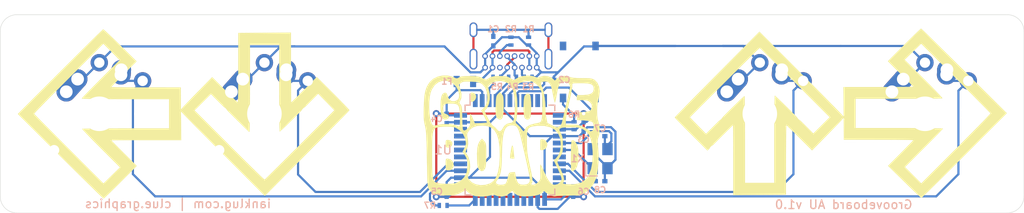
<source format=kicad_pcb>
(kicad_pcb (version 20171130) (host pcbnew "(5.1.5)-3")

  (general
    (thickness 1.6)
    (drawings 13)
    (tracks 265)
    (zones 0)
    (modules 29)
    (nets 20)
  )

  (page A4)
  (layers
    (0 F.Cu signal)
    (31 B.Cu signal)
    (32 B.Adhes user)
    (33 F.Adhes user)
    (34 B.Paste user)
    (35 F.Paste user)
    (36 B.SilkS user)
    (37 F.SilkS user hide)
    (38 B.Mask user)
    (39 F.Mask user)
    (40 Dwgs.User user)
    (41 Cmts.User user)
    (42 Eco1.User user)
    (43 Eco2.User user)
    (44 Edge.Cuts user)
    (45 Margin user)
    (46 B.CrtYd user)
    (47 F.CrtYd user)
    (48 B.Fab user)
    (49 F.Fab user)
  )

  (setup
    (last_trace_width 0.25)
    (trace_clearance 0.2)
    (zone_clearance 0.508)
    (zone_45_only no)
    (trace_min 0.2)
    (via_size 0.8)
    (via_drill 0.4)
    (via_min_size 0.4)
    (via_min_drill 0.3)
    (uvia_size 0.3)
    (uvia_drill 0.1)
    (uvias_allowed no)
    (uvia_min_size 0.2)
    (uvia_min_drill 0.1)
    (edge_width 0.05)
    (segment_width 0.2)
    (pcb_text_width 0.3)
    (pcb_text_size 1.5 1.5)
    (mod_edge_width 0.12)
    (mod_text_size 1 1)
    (mod_text_width 0.15)
    (pad_size 1.524 1.524)
    (pad_drill 0.762)
    (pad_to_mask_clearance 0)
    (aux_axis_origin 0 0)
    (grid_origin 54.737 24.765)
    (visible_elements 7FFFFFFF)
    (pcbplotparams
      (layerselection 0x010fc_ffffffff)
      (usegerberextensions true)
      (usegerberattributes false)
      (usegerberadvancedattributes false)
      (creategerberjobfile false)
      (excludeedgelayer true)
      (linewidth 0.100000)
      (plotframeref false)
      (viasonmask false)
      (mode 1)
      (useauxorigin false)
      (hpglpennumber 1)
      (hpglpenspeed 20)
      (hpglpendiameter 15.000000)
      (psnegative false)
      (psa4output false)
      (plotreference true)
      (plotvalue false)
      (plotinvisibletext false)
      (padsonsilk false)
      (subtractmaskfromsilk true)
      (outputformat 1)
      (mirror false)
      (drillshape 0)
      (scaleselection 1)
      (outputdirectory ""))
  )

  (net 0 "")
  (net 1 "Net-(C1-Pad1)")
  (net 2 GND)
  (net 3 VCC)
  (net 4 "Net-(C7-Pad2)")
  (net 5 "Net-(F1-Pad2)")
  (net 6 "Net-(J1-PadA5)")
  (net 7 "Net-(J1-PadA6)")
  (net 8 "Net-(J1-PadA7)")
  (net 9 "Net-(J1-PadB5)")
  (net 10 RST)
  (net 11 MX1)
  (net 12 MX2)
  (net 13 MX3)
  (net 14 MX4)
  (net 15 D-)
  (net 16 D+)
  (net 17 "Net-(R7-Pad2)")
  (net 18 "Net-(C2-Pad1)")
  (net 19 "Net-(C8-Pad2)")

  (net_class Default "This is the default net class."
    (clearance 0.2)
    (trace_width 0.25)
    (via_dia 0.8)
    (via_drill 0.4)
    (uvia_dia 0.3)
    (uvia_drill 0.1)
    (add_net D+)
    (add_net D-)
    (add_net GND)
    (add_net MISO)
    (add_net MOSI)
    (add_net MX1)
    (add_net MX2)
    (add_net MX3)
    (add_net MX4)
    (add_net "Net-(C1-Pad1)")
    (add_net "Net-(C2-Pad1)")
    (add_net "Net-(C7-Pad2)")
    (add_net "Net-(C8-Pad2)")
    (add_net "Net-(F1-Pad2)")
    (add_net "Net-(J1-PadA5)")
    (add_net "Net-(J1-PadA6)")
    (add_net "Net-(J1-PadA7)")
    (add_net "Net-(J1-PadA8)")
    (add_net "Net-(J1-PadB5)")
    (add_net "Net-(J1-PadB8)")
    (add_net "Net-(R7-Pad2)")
    (add_net "Net-(U1-Pad1)")
    (add_net "Net-(U1-Pad12)")
    (add_net "Net-(U1-Pad18)")
    (add_net "Net-(U1-Pad21)")
    (add_net "Net-(U1-Pad22)")
    (add_net "Net-(U1-Pad25)")
    (add_net "Net-(U1-Pad26)")
    (add_net "Net-(U1-Pad27)")
    (add_net "Net-(U1-Pad28)")
    (add_net "Net-(U1-Pad29)")
    (add_net "Net-(U1-Pad30)")
    (add_net "Net-(U1-Pad31)")
    (add_net "Net-(U1-Pad32)")
    (add_net "Net-(U1-Pad38)")
    (add_net "Net-(U1-Pad39)")
    (add_net "Net-(U1-Pad40)")
    (add_net "Net-(U1-Pad41)")
    (add_net "Net-(U1-Pad42)")
    (add_net "Net-(U1-Pad8)")
    (add_net RST)
    (add_net SCK)
    (add_net VCC)
  )

  (module Keebio-Parts:MX-Alps-Choc-1U-NoLED (layer F.Cu) (tedit 5C7EAB78) (tstamp 60933CF1)
    (at 146.315 34.29)
    (path /60A19665)
    (fp_text reference MX4 (at 0 3.175) (layer B.SilkS) hide
      (effects (font (size 1 1) (thickness 0.15)) (justify mirror))
    )
    (fp_text value MX-NoLED (at 0 -7.9375) (layer Dwgs.User)
      (effects (font (size 1 1) (thickness 0.15)))
    )
    (fp_line (start -9.525 9.525) (end -9.525 -9.525) (layer Dwgs.User) (width 0.15))
    (fp_line (start 9.525 9.525) (end -9.525 9.525) (layer Dwgs.User) (width 0.15))
    (fp_line (start 9.525 -9.525) (end 9.525 9.525) (layer Dwgs.User) (width 0.15))
    (fp_line (start -9.525 -9.525) (end 9.525 -9.525) (layer Dwgs.User) (width 0.15))
    (fp_line (start -7 -7) (end -7 -5) (layer Dwgs.User) (width 0.15))
    (fp_line (start -5 -7) (end -7 -7) (layer Dwgs.User) (width 0.15))
    (fp_line (start -7 7) (end -5 7) (layer Dwgs.User) (width 0.15))
    (fp_line (start -7 5) (end -7 7) (layer Dwgs.User) (width 0.15))
    (fp_line (start 7 7) (end 7 5) (layer Dwgs.User) (width 0.15))
    (fp_line (start 5 7) (end 7 7) (layer Dwgs.User) (width 0.15))
    (fp_line (start 7 -7) (end 7 -5) (layer Dwgs.User) (width 0.15))
    (fp_line (start 5 -7) (end 7 -7) (layer Dwgs.User) (width 0.15))
    (pad "" np_thru_hole circle (at -5.22 4.2 48.1) (size 1.2 1.2) (drill 1.2) (layers *.Cu *.Mask))
    (pad "" np_thru_hole circle (at 5.5 0 48.1) (size 1.7 1.7) (drill 1.7) (layers *.Cu *.Mask))
    (pad "" np_thru_hole circle (at -5.5 0 48.1) (size 1.7 1.7) (drill 1.7) (layers *.Cu *.Mask))
    (pad 2 thru_hole circle (at 0 -5.9) (size 2 2) (drill 1.2) (layers *.Cu *.Mask)
      (net 2 GND))
    (pad 1 thru_hole circle (at 5 -3.8) (size 2 2) (drill 1.2) (layers *.Cu *.Mask)
      (net 14 MX4))
    (pad "" np_thru_hole circle (at 5.08 0 48.0996) (size 1.75 1.75) (drill 1.75) (layers *.Cu *.Mask))
    (pad "" np_thru_hole circle (at -5.08 0 48.0996) (size 1.75 1.75) (drill 1.75) (layers *.Cu *.Mask))
    (pad 2 thru_hole circle (at -2.5 -4) (size 2.25 2.25) (drill 1.47) (layers *.Cu *.Mask)
      (net 2 GND))
    (pad "" np_thru_hole circle (at 0 0) (size 3.9878 3.9878) (drill 3.9878) (layers *.Cu *.Mask))
    (pad 2 thru_hole oval (at -3.81 -2.54 48.1) (size 4.211556 2.25) (drill 1.47 (offset 0.980778 0)) (layers *.Cu *.Mask)
      (net 2 GND))
    (pad 1 thru_hole circle (at 2.54 -5.08) (size 2.25 2.25) (drill 1.47) (layers *.Cu *.Mask)
      (net 14 MX4))
    (pad 1 thru_hole oval (at 2.5 -4.5 86.1) (size 2.831378 2.25) (drill 1.47 (offset 0.290689 0)) (layers *.Cu *.Mask)
      (net 14 MX4))
  )

  (module Keebio-Parts:MX-Alps-Choc-1U-NoLED (layer F.Cu) (tedit 5C7EAB78) (tstamp 60933CD5)
    (at 127.265 34.29)
    (path /60A187FF)
    (fp_text reference MX3 (at 0 3.175) (layer B.SilkS) hide
      (effects (font (size 1 1) (thickness 0.15)) (justify mirror))
    )
    (fp_text value MX-NoLED (at 0 -7.9375) (layer Dwgs.User)
      (effects (font (size 1 1) (thickness 0.15)))
    )
    (fp_line (start -9.525 9.525) (end -9.525 -9.525) (layer Dwgs.User) (width 0.15))
    (fp_line (start 9.525 9.525) (end -9.525 9.525) (layer Dwgs.User) (width 0.15))
    (fp_line (start 9.525 -9.525) (end 9.525 9.525) (layer Dwgs.User) (width 0.15))
    (fp_line (start -9.525 -9.525) (end 9.525 -9.525) (layer Dwgs.User) (width 0.15))
    (fp_line (start -7 -7) (end -7 -5) (layer Dwgs.User) (width 0.15))
    (fp_line (start -5 -7) (end -7 -7) (layer Dwgs.User) (width 0.15))
    (fp_line (start -7 7) (end -5 7) (layer Dwgs.User) (width 0.15))
    (fp_line (start -7 5) (end -7 7) (layer Dwgs.User) (width 0.15))
    (fp_line (start 7 7) (end 7 5) (layer Dwgs.User) (width 0.15))
    (fp_line (start 5 7) (end 7 7) (layer Dwgs.User) (width 0.15))
    (fp_line (start 7 -7) (end 7 -5) (layer Dwgs.User) (width 0.15))
    (fp_line (start 5 -7) (end 7 -7) (layer Dwgs.User) (width 0.15))
    (pad "" np_thru_hole circle (at -5.22 4.2 48.1) (size 1.2 1.2) (drill 1.2) (layers *.Cu *.Mask))
    (pad "" np_thru_hole circle (at 5.5 0 48.1) (size 1.7 1.7) (drill 1.7) (layers *.Cu *.Mask))
    (pad "" np_thru_hole circle (at -5.5 0 48.1) (size 1.7 1.7) (drill 1.7) (layers *.Cu *.Mask))
    (pad 2 thru_hole circle (at 0 -5.9) (size 2 2) (drill 1.2) (layers *.Cu *.Mask)
      (net 2 GND))
    (pad 1 thru_hole circle (at 5 -3.8) (size 2 2) (drill 1.2) (layers *.Cu *.Mask)
      (net 13 MX3))
    (pad "" np_thru_hole circle (at 5.08 0 48.0996) (size 1.75 1.75) (drill 1.75) (layers *.Cu *.Mask))
    (pad "" np_thru_hole circle (at -5.08 0 48.0996) (size 1.75 1.75) (drill 1.75) (layers *.Cu *.Mask))
    (pad 2 thru_hole circle (at -2.5 -4) (size 2.25 2.25) (drill 1.47) (layers *.Cu *.Mask)
      (net 2 GND))
    (pad "" np_thru_hole circle (at 0 0) (size 3.9878 3.9878) (drill 3.9878) (layers *.Cu *.Mask))
    (pad 2 thru_hole oval (at -3.81 -2.54 48.1) (size 4.211556 2.25) (drill 1.47 (offset 0.980778 0)) (layers *.Cu *.Mask)
      (net 2 GND))
    (pad 1 thru_hole circle (at 2.54 -5.08) (size 2.25 2.25) (drill 1.47) (layers *.Cu *.Mask)
      (net 13 MX3))
    (pad 1 thru_hole oval (at 2.5 -4.5 86.1) (size 2.831378 2.25) (drill 1.47 (offset 0.290689 0)) (layers *.Cu *.Mask)
      (net 13 MX3))
  )

  (module Keebio-Parts:MX-Alps-Choc-1U-NoLED (layer F.Cu) (tedit 5C7EAB78) (tstamp 60933CB9)
    (at 70.112 34.29)
    (path /60A17670)
    (fp_text reference MX2 (at 0 3.175) (layer B.SilkS) hide
      (effects (font (size 1 1) (thickness 0.15)) (justify mirror))
    )
    (fp_text value MX-NoLED (at 0 -7.9375) (layer Dwgs.User)
      (effects (font (size 1 1) (thickness 0.15)))
    )
    (fp_line (start -9.525 9.525) (end -9.525 -9.525) (layer Dwgs.User) (width 0.15))
    (fp_line (start 9.525 9.525) (end -9.525 9.525) (layer Dwgs.User) (width 0.15))
    (fp_line (start 9.525 -9.525) (end 9.525 9.525) (layer Dwgs.User) (width 0.15))
    (fp_line (start -9.525 -9.525) (end 9.525 -9.525) (layer Dwgs.User) (width 0.15))
    (fp_line (start -7 -7) (end -7 -5) (layer Dwgs.User) (width 0.15))
    (fp_line (start -5 -7) (end -7 -7) (layer Dwgs.User) (width 0.15))
    (fp_line (start -7 7) (end -5 7) (layer Dwgs.User) (width 0.15))
    (fp_line (start -7 5) (end -7 7) (layer Dwgs.User) (width 0.15))
    (fp_line (start 7 7) (end 7 5) (layer Dwgs.User) (width 0.15))
    (fp_line (start 5 7) (end 7 7) (layer Dwgs.User) (width 0.15))
    (fp_line (start 7 -7) (end 7 -5) (layer Dwgs.User) (width 0.15))
    (fp_line (start 5 -7) (end 7 -7) (layer Dwgs.User) (width 0.15))
    (pad "" np_thru_hole circle (at -5.22 4.2 48.1) (size 1.2 1.2) (drill 1.2) (layers *.Cu *.Mask))
    (pad "" np_thru_hole circle (at 5.5 0 48.1) (size 1.7 1.7) (drill 1.7) (layers *.Cu *.Mask))
    (pad "" np_thru_hole circle (at -5.5 0 48.1) (size 1.7 1.7) (drill 1.7) (layers *.Cu *.Mask))
    (pad 2 thru_hole circle (at 0 -5.9) (size 2 2) (drill 1.2) (layers *.Cu *.Mask)
      (net 2 GND))
    (pad 1 thru_hole circle (at 5 -3.8) (size 2 2) (drill 1.2) (layers *.Cu *.Mask)
      (net 12 MX2))
    (pad "" np_thru_hole circle (at 5.08 0 48.0996) (size 1.75 1.75) (drill 1.75) (layers *.Cu *.Mask))
    (pad "" np_thru_hole circle (at -5.08 0 48.0996) (size 1.75 1.75) (drill 1.75) (layers *.Cu *.Mask))
    (pad 2 thru_hole circle (at -2.5 -4) (size 2.25 2.25) (drill 1.47) (layers *.Cu *.Mask)
      (net 2 GND))
    (pad "" np_thru_hole circle (at 0 0) (size 3.9878 3.9878) (drill 3.9878) (layers *.Cu *.Mask))
    (pad 2 thru_hole oval (at -3.81 -2.54 48.1) (size 4.211556 2.25) (drill 1.47 (offset 0.980778 0)) (layers *.Cu *.Mask)
      (net 2 GND))
    (pad 1 thru_hole circle (at 2.54 -5.08) (size 2.25 2.25) (drill 1.47) (layers *.Cu *.Mask)
      (net 12 MX2))
    (pad 1 thru_hole oval (at 2.5 -4.5 86.1) (size 2.831378 2.25) (drill 1.47 (offset 0.290689 0)) (layers *.Cu *.Mask)
      (net 12 MX2))
  )

  (module Keebio-Parts:MX-Alps-Choc-1U-NoLED (layer F.Cu) (tedit 5C7EAB78) (tstamp 60933C9D)
    (at 51.062 34.29)
    (path /60A03FDE)
    (fp_text reference MX1 (at 0 3.175) (layer B.SilkS) hide
      (effects (font (size 1 1) (thickness 0.15)) (justify mirror))
    )
    (fp_text value MX-NoLED (at 0 -7.9375) (layer Dwgs.User)
      (effects (font (size 1 1) (thickness 0.15)))
    )
    (fp_line (start -9.525 9.525) (end -9.525 -9.525) (layer Dwgs.User) (width 0.15))
    (fp_line (start 9.525 9.525) (end -9.525 9.525) (layer Dwgs.User) (width 0.15))
    (fp_line (start 9.525 -9.525) (end 9.525 9.525) (layer Dwgs.User) (width 0.15))
    (fp_line (start -9.525 -9.525) (end 9.525 -9.525) (layer Dwgs.User) (width 0.15))
    (fp_line (start -7 -7) (end -7 -5) (layer Dwgs.User) (width 0.15))
    (fp_line (start -5 -7) (end -7 -7) (layer Dwgs.User) (width 0.15))
    (fp_line (start -7 7) (end -5 7) (layer Dwgs.User) (width 0.15))
    (fp_line (start -7 5) (end -7 7) (layer Dwgs.User) (width 0.15))
    (fp_line (start 7 7) (end 7 5) (layer Dwgs.User) (width 0.15))
    (fp_line (start 5 7) (end 7 7) (layer Dwgs.User) (width 0.15))
    (fp_line (start 7 -7) (end 7 -5) (layer Dwgs.User) (width 0.15))
    (fp_line (start 5 -7) (end 7 -7) (layer Dwgs.User) (width 0.15))
    (pad "" np_thru_hole circle (at -5.22 4.2 48.1) (size 1.2 1.2) (drill 1.2) (layers *.Cu *.Mask))
    (pad "" np_thru_hole circle (at 5.5 0 48.1) (size 1.7 1.7) (drill 1.7) (layers *.Cu *.Mask))
    (pad "" np_thru_hole circle (at -5.5 0 48.1) (size 1.7 1.7) (drill 1.7) (layers *.Cu *.Mask))
    (pad 2 thru_hole circle (at 0 -5.9) (size 2 2) (drill 1.2) (layers *.Cu *.Mask)
      (net 2 GND))
    (pad 1 thru_hole circle (at 5 -3.8) (size 2 2) (drill 1.2) (layers *.Cu *.Mask)
      (net 11 MX1))
    (pad "" np_thru_hole circle (at 5.08 0 48.0996) (size 1.75 1.75) (drill 1.75) (layers *.Cu *.Mask))
    (pad "" np_thru_hole circle (at -5.08 0 48.0996) (size 1.75 1.75) (drill 1.75) (layers *.Cu *.Mask))
    (pad 2 thru_hole circle (at -2.5 -4) (size 2.25 2.25) (drill 1.47) (layers *.Cu *.Mask)
      (net 2 GND))
    (pad "" np_thru_hole circle (at 0 0) (size 3.9878 3.9878) (drill 3.9878) (layers *.Cu *.Mask))
    (pad 2 thru_hole oval (at -3.81 -2.54 48.1) (size 4.211556 2.25) (drill 1.47 (offset 0.980778 0)) (layers *.Cu *.Mask)
      (net 2 GND))
    (pad 1 thru_hole circle (at 2.54 -5.08) (size 2.25 2.25) (drill 1.47) (layers *.Cu *.Mask)
      (net 11 MX1))
    (pad 1 thru_hole oval (at 2.5 -4.5 86.1) (size 2.831378 2.25) (drill 1.47 (offset 0.290689 0)) (layers *.Cu *.Mask)
      (net 11 MX1))
  )

  (module Keebio-Parts:Crystal_SMD_3225-4pin_3.2x2.5mm (layer B.Cu) (tedit 6092F583) (tstamp 60933DE8)
    (at 108.837 39.465 90)
    (descr "SMD Crystal SERIES SMD3225/4 http://www.txccrystal.com/images/pdf/7m-accuracy.pdf, 3.2x2.5mm^2 package")
    (tags "SMD SMT crystal")
    (path /60960DC2)
    (attr smd)
    (fp_text reference X1 (at 0 -2.625 180) (layer B.SilkS)
      (effects (font (size 0.8 0.8) (thickness 0.15)) (justify mirror))
    )
    (fp_text value 16MHz (at 0 -2.45 90) (layer B.Fab)
      (effects (font (size 1 1) (thickness 0.15)) (justify mirror))
    )
    (fp_line (start 2.1 1.7) (end -2.1 1.7) (layer B.CrtYd) (width 0.05))
    (fp_line (start 2.1 -1.7) (end 2.1 1.7) (layer B.CrtYd) (width 0.05))
    (fp_line (start -2.1 -1.7) (end 2.1 -1.7) (layer B.CrtYd) (width 0.05))
    (fp_line (start -2.1 1.7) (end -2.1 -1.7) (layer B.CrtYd) (width 0.05))
    (fp_line (start -2 -1.65) (end -0.4 -1.65) (layer B.SilkS) (width 0.12))
    (fp_line (start -2 -0.3) (end -2 -1.65) (layer B.SilkS) (width 0.12))
    (fp_line (start -1.6 -0.25) (end -0.6 -1.25) (layer B.Fab) (width 0.1))
    (fp_line (start 1.6 1.25) (end -1.6 1.25) (layer B.Fab) (width 0.1))
    (fp_line (start 1.6 -1.25) (end 1.6 1.25) (layer B.Fab) (width 0.1))
    (fp_line (start -1.6 -1.25) (end 1.6 -1.25) (layer B.Fab) (width 0.1))
    (fp_line (start -1.6 1.25) (end -1.6 -1.25) (layer B.Fab) (width 0.1))
    (fp_text user %R (at 0 3.556 90) (layer B.Fab)
      (effects (font (size 0.7 0.7) (thickness 0.105)) (justify mirror))
    )
    (pad 1 smd rect (at -1.1 -0.85 90) (size 1.4 1.2) (layers B.Cu B.Paste B.Mask)
      (net 19 "Net-(C8-Pad2)"))
    (pad 2 smd rect (at 1.1 -0.85 90) (size 1.4 1.2) (layers B.Cu B.Paste B.Mask)
      (net 2 GND))
    (pad 3 smd rect (at 1.1 0.85 90) (size 1.4 1.2) (layers B.Cu B.Paste B.Mask)
      (net 4 "Net-(C7-Pad2)"))
    (pad 4 smd rect (at -1.1 0.85 90) (size 1.4 1.2) (layers B.Cu B.Paste B.Mask)
      (net 2 GND))
    (model ${KISYS3DMOD}/Crystal.3dshapes/Crystal_SMD_3225-4Pin_3.2x2.5mm.wrl
      (at (xyz 0 0 0))
      (scale (xyz 1 1 1))
      (rotate (xyz 0 0 0))
    )
  )

  (module Package_QFP:TQFP-44_10x10mm_P0.8mm (layer B.Cu) (tedit 5A02F146) (tstamp 60DBF056)
    (at 98.437 38.465 270)
    (descr "44-Lead Plastic Thin Quad Flatpack (PT) - 10x10x1.0 mm Body [TQFP] (see Microchip Packaging Specification 00000049BS.pdf)")
    (tags "QFP 0.8")
    (path /60DB9CEE)
    (attr smd)
    (fp_text reference U1 (at 0 7.7 180) (layer B.SilkS)
      (effects (font (size 1 1) (thickness 0.15)) (justify mirror))
    )
    (fp_text value ATmega32U4-AU (at 0 -7.45 90) (layer B.Fab)
      (effects (font (size 1 1) (thickness 0.15)) (justify mirror))
    )
    (fp_line (start -5.175 4.6) (end -6.45 4.6) (layer B.SilkS) (width 0.15))
    (fp_line (start 5.175 5.175) (end 4.5 5.175) (layer B.SilkS) (width 0.15))
    (fp_line (start 5.175 -5.175) (end 4.5 -5.175) (layer B.SilkS) (width 0.15))
    (fp_line (start -5.175 -5.175) (end -4.5 -5.175) (layer B.SilkS) (width 0.15))
    (fp_line (start -5.175 5.175) (end -4.5 5.175) (layer B.SilkS) (width 0.15))
    (fp_line (start -5.175 -5.175) (end -5.175 -4.5) (layer B.SilkS) (width 0.15))
    (fp_line (start 5.175 -5.175) (end 5.175 -4.5) (layer B.SilkS) (width 0.15))
    (fp_line (start 5.175 5.175) (end 5.175 4.5) (layer B.SilkS) (width 0.15))
    (fp_line (start -5.175 5.175) (end -5.175 4.6) (layer B.SilkS) (width 0.15))
    (fp_line (start -6.7 -6.7) (end 6.7 -6.7) (layer B.CrtYd) (width 0.05))
    (fp_line (start -6.7 6.7) (end 6.7 6.7) (layer B.CrtYd) (width 0.05))
    (fp_line (start 6.7 6.7) (end 6.7 -6.7) (layer B.CrtYd) (width 0.05))
    (fp_line (start -6.7 6.7) (end -6.7 -6.7) (layer B.CrtYd) (width 0.05))
    (fp_line (start -5 4) (end -4 5) (layer B.Fab) (width 0.15))
    (fp_line (start -5 -5) (end -5 4) (layer B.Fab) (width 0.15))
    (fp_line (start 5 -5) (end -5 -5) (layer B.Fab) (width 0.15))
    (fp_line (start 5 5) (end 5 -5) (layer B.Fab) (width 0.15))
    (fp_line (start -4 5) (end 5 5) (layer B.Fab) (width 0.15))
    (fp_text user %R (at 0 0 90) (layer B.Fab)
      (effects (font (size 1 1) (thickness 0.15)) (justify mirror))
    )
    (pad 44 smd rect (at -4 5.7 180) (size 1.5 0.55) (layers B.Cu B.Paste B.Mask)
      (net 3 VCC))
    (pad 43 smd rect (at -3.2 5.7 180) (size 1.5 0.55) (layers B.Cu B.Paste B.Mask)
      (net 2 GND))
    (pad 42 smd rect (at -2.4 5.7 180) (size 1.5 0.55) (layers B.Cu B.Paste B.Mask))
    (pad 41 smd rect (at -1.6 5.7 180) (size 1.5 0.55) (layers B.Cu B.Paste B.Mask))
    (pad 40 smd rect (at -0.8 5.7 180) (size 1.5 0.55) (layers B.Cu B.Paste B.Mask))
    (pad 39 smd rect (at 0 5.7 180) (size 1.5 0.55) (layers B.Cu B.Paste B.Mask))
    (pad 38 smd rect (at 0.8 5.7 180) (size 1.5 0.55) (layers B.Cu B.Paste B.Mask))
    (pad 37 smd rect (at 1.6 5.7 180) (size 1.5 0.55) (layers B.Cu B.Paste B.Mask)
      (net 12 MX2))
    (pad 36 smd rect (at 2.4 5.7 180) (size 1.5 0.55) (layers B.Cu B.Paste B.Mask)
      (net 11 MX1))
    (pad 35 smd rect (at 3.2 5.7 180) (size 1.5 0.55) (layers B.Cu B.Paste B.Mask)
      (net 2 GND))
    (pad 34 smd rect (at 4 5.7 180) (size 1.5 0.55) (layers B.Cu B.Paste B.Mask)
      (net 3 VCC))
    (pad 33 smd rect (at 5.7 4 270) (size 1.5 0.55) (layers B.Cu B.Paste B.Mask)
      (net 17 "Net-(R7-Pad2)"))
    (pad 32 smd rect (at 5.7 3.2 270) (size 1.5 0.55) (layers B.Cu B.Paste B.Mask))
    (pad 31 smd rect (at 5.7 2.4 270) (size 1.5 0.55) (layers B.Cu B.Paste B.Mask))
    (pad 30 smd rect (at 5.7 1.6 270) (size 1.5 0.55) (layers B.Cu B.Paste B.Mask))
    (pad 29 smd rect (at 5.7 0.8 270) (size 1.5 0.55) (layers B.Cu B.Paste B.Mask))
    (pad 28 smd rect (at 5.7 0 270) (size 1.5 0.55) (layers B.Cu B.Paste B.Mask))
    (pad 27 smd rect (at 5.7 -0.8 270) (size 1.5 0.55) (layers B.Cu B.Paste B.Mask))
    (pad 26 smd rect (at 5.7 -1.6 270) (size 1.5 0.55) (layers B.Cu B.Paste B.Mask))
    (pad 25 smd rect (at 5.7 -2.4 270) (size 1.5 0.55) (layers B.Cu B.Paste B.Mask))
    (pad 24 smd rect (at 5.7 -3.2 270) (size 1.5 0.55) (layers B.Cu B.Paste B.Mask)
      (net 3 VCC))
    (pad 23 smd rect (at 5.7 -4 270) (size 1.5 0.55) (layers B.Cu B.Paste B.Mask)
      (net 2 GND))
    (pad 22 smd rect (at 4 -5.7 180) (size 1.5 0.55) (layers B.Cu B.Paste B.Mask))
    (pad 21 smd rect (at 3.2 -5.7 180) (size 1.5 0.55) (layers B.Cu B.Paste B.Mask))
    (pad 20 smd rect (at 2.4 -5.7 180) (size 1.5 0.55) (layers B.Cu B.Paste B.Mask)
      (net 14 MX4))
    (pad 19 smd rect (at 1.6 -5.7 180) (size 1.5 0.55) (layers B.Cu B.Paste B.Mask)
      (net 13 MX3))
    (pad 18 smd rect (at 0.8 -5.7 180) (size 1.5 0.55) (layers B.Cu B.Paste B.Mask))
    (pad 17 smd rect (at 0 -5.7 180) (size 1.5 0.55) (layers B.Cu B.Paste B.Mask)
      (net 19 "Net-(C8-Pad2)"))
    (pad 16 smd rect (at -0.8 -5.7 180) (size 1.5 0.55) (layers B.Cu B.Paste B.Mask)
      (net 4 "Net-(C7-Pad2)"))
    (pad 15 smd rect (at -1.6 -5.7 180) (size 1.5 0.55) (layers B.Cu B.Paste B.Mask)
      (net 2 GND))
    (pad 14 smd rect (at -2.4 -5.7 180) (size 1.5 0.55) (layers B.Cu B.Paste B.Mask)
      (net 3 VCC))
    (pad 13 smd rect (at -3.2 -5.7 180) (size 1.5 0.55) (layers B.Cu B.Paste B.Mask)
      (net 10 RST))
    (pad 12 smd rect (at -4 -5.7 180) (size 1.5 0.55) (layers B.Cu B.Paste B.Mask))
    (pad 11 smd rect (at -5.7 -4 270) (size 1.5 0.55) (layers B.Cu B.Paste B.Mask))
    (pad 10 smd rect (at -5.7 -3.2 270) (size 1.5 0.55) (layers B.Cu B.Paste B.Mask))
    (pad 9 smd rect (at -5.7 -2.4 270) (size 1.5 0.55) (layers B.Cu B.Paste B.Mask))
    (pad 8 smd rect (at -5.7 -1.6 270) (size 1.5 0.55) (layers B.Cu B.Paste B.Mask))
    (pad 7 smd rect (at -5.7 -0.8 270) (size 1.5 0.55) (layers B.Cu B.Paste B.Mask)
      (net 3 VCC))
    (pad 6 smd rect (at -5.7 0 270) (size 1.5 0.55) (layers B.Cu B.Paste B.Mask)
      (net 18 "Net-(C2-Pad1)"))
    (pad 5 smd rect (at -5.7 0.8 270) (size 1.5 0.55) (layers B.Cu B.Paste B.Mask)
      (net 2 GND))
    (pad 4 smd rect (at -5.7 1.6 270) (size 1.5 0.55) (layers B.Cu B.Paste B.Mask)
      (net 16 D+))
    (pad 3 smd rect (at -5.7 2.4 270) (size 1.5 0.55) (layers B.Cu B.Paste B.Mask)
      (net 15 D-))
    (pad 2 smd rect (at -5.7 3.2 270) (size 1.5 0.55) (layers B.Cu B.Paste B.Mask)
      (net 3 VCC))
    (pad 1 smd rect (at -5.7 4 270) (size 1.5 0.55) (layers B.Cu B.Paste B.Mask))
    (model ${KISYS3DMOD}/Package_QFP.3dshapes/TQFP-44_10x10mm_P0.8mm.wrl
      (at (xyz 0 0 0))
      (scale (xyz 1 1 1))
      (rotate (xyz 0 0 0))
    )
  )

  (module Type-C:USB_C_GCT_USB4085 (layer F.Cu) (tedit 60957D1C) (tstamp 6095D76F)
    (at 98.552 22.86 180)
    (path /60958AC4)
    (fp_text reference J1 (at 0 1.85 180) (layer F.SilkS) hide
      (effects (font (size 1 1) (thickness 0.15)))
    )
    (fp_text value USB_C_Receptacle_USB2.0 (at 0 0.85 180) (layer F.Fab)
      (effects (font (size 1 1) (thickness 0.15)))
    )
    (pad S1 thru_hole oval (at 4.325 -1.74 180) (size 0.9 1.7) (drill oval 0.6 1.4) (layers *.Cu *.Mask)
      (net 1 "Net-(C1-Pad1)"))
    (pad S1 thru_hole oval (at -4.325 -1.74 180) (size 0.9 1.7) (drill oval 0.6 1.4) (layers *.Cu *.Mask)
      (net 1 "Net-(C1-Pad1)"))
    (pad S1 thru_hole oval (at 4.325 -5.12 180) (size 0.9 2.4) (drill oval 0.6 2.1) (layers *.Cu *.Mask)
      (net 1 "Net-(C1-Pad1)"))
    (pad S1 thru_hole oval (at -4.325 -5.12 180) (size 0.9 2.4) (drill oval 0.6 2.1) (layers *.Cu *.Mask)
      (net 1 "Net-(C1-Pad1)"))
    (pad B1 thru_hole circle (at 2.98 -4.775 180) (size 0.65 0.65) (drill 0.4) (layers *.Cu *.Mask)
      (net 2 GND))
    (pad B4 thru_hole circle (at 2.13 -4.775 180) (size 0.65 0.65) (drill 0.4) (layers *.Cu *.Mask)
      (net 5 "Net-(F1-Pad2)"))
    (pad B5 thru_hole circle (at 1.28 -4.775 180) (size 0.65 0.65) (drill 0.4) (layers *.Cu *.Mask)
      (net 9 "Net-(J1-PadB5)"))
    (pad B6 thru_hole circle (at 0.43 -4.775 180) (size 0.65 0.65) (drill 0.4) (layers *.Cu *.Mask)
      (net 7 "Net-(J1-PadA6)"))
    (pad B7 thru_hole circle (at -0.42 -4.775 180) (size 0.65 0.65) (drill 0.4) (layers *.Cu *.Mask)
      (net 8 "Net-(J1-PadA7)"))
    (pad B8 thru_hole circle (at -1.27 -4.775 180) (size 0.65 0.65) (drill 0.4) (layers *.Cu *.Mask))
    (pad B9 thru_hole circle (at -2.12 -4.775 180) (size 0.65 0.65) (drill 0.4) (layers *.Cu *.Mask)
      (net 5 "Net-(F1-Pad2)"))
    (pad B12 thru_hole circle (at -2.975 -4.775 180) (size 0.65 0.65) (drill 0.4) (layers *.Cu *.Mask)
      (net 2 GND))
    (pad A12 thru_hole circle (at 2.975 -6.1 180) (size 0.65 0.65) (drill 0.4) (layers *.Cu *.Mask)
      (net 2 GND))
    (pad A9 thru_hole circle (at 2.125 -6.1 180) (size 0.65 0.65) (drill 0.4) (layers *.Cu *.Mask)
      (net 5 "Net-(F1-Pad2)"))
    (pad A8 thru_hole circle (at 1.275 -6.1 180) (size 0.65 0.65) (drill 0.4) (layers *.Cu *.Mask))
    (pad A7 thru_hole circle (at 0.425 -6.1 180) (size 0.65 0.65) (drill 0.4) (layers *.Cu *.Mask)
      (net 8 "Net-(J1-PadA7)"))
    (pad A6 thru_hole circle (at -0.425 -6.1 180) (size 0.65 0.65) (drill 0.4) (layers *.Cu *.Mask)
      (net 7 "Net-(J1-PadA6)"))
    (pad A4 thru_hole circle (at -2.125 -6.1 180) (size 0.65 0.65) (drill 0.4) (layers *.Cu *.Mask)
      (net 5 "Net-(F1-Pad2)"))
    (pad A1 thru_hole circle (at -2.975 -6.1 180) (size 0.65 0.65) (drill 0.4) (layers *.Cu *.Mask)
      (net 2 GND))
    (pad A5 thru_hole circle (at -1.275 -6.1 180) (size 0.65 0.65) (drill 0.4) (layers *.Cu *.Mask)
      (net 6 "Net-(J1-PadA5)"))
  )

  (module grooveboard:left-arrow (layer F.Cu) (tedit 0) (tstamp 609533BD)
    (at 146.287 34.265 180)
    (attr smd)
    (fp_text reference G*** (at 0 0) (layer F.SilkS) hide
      (effects (font (size 1.524 1.524) (thickness 0.3)))
    )
    (fp_text value LOGO (at 0.75 0) (layer F.SilkS) hide
      (effects (font (size 1.524 1.524) (thickness 0.3)))
    )
    (fp_poly (pts (xy 0.457711 -9.670313) (xy 0.644569 -9.505181) (xy 0.924014 -9.246605) (xy 1.280153 -8.909541)
      (xy 1.697092 -8.508941) (xy 2.158935 -8.059763) (xy 2.3407 -7.881612) (xy 4.229281 -6.026709)
      (xy 2.771537 -4.567071) (xy 2.360948 -4.154202) (xy 1.995125 -3.783001) (xy 1.691221 -3.47115)
      (xy 1.466395 -3.236335) (xy 1.337801 -3.09624) (xy 1.313921 -3.064579) (xy 1.398644 -3.055774)
      (xy 1.641202 -3.047486) (xy 2.024257 -3.03991) (xy 2.530473 -3.033239) (xy 3.142511 -3.027669)
      (xy 3.843034 -3.023394) (xy 4.614706 -3.02061) (xy 5.320989 -3.019556) (xy 9.327931 -3.017388)
      (xy 9.350962 0.024064) (xy 9.373994 3.065517) (xy 5.343893 3.065517) (xy 4.522529 3.06609)
      (xy 3.757379 3.067731) (xy 3.065729 3.070324) (xy 2.464867 3.073751) (xy 1.972079 3.077895)
      (xy 1.604652 3.08264) (xy 1.379873 3.087868) (xy 1.313793 3.092784) (xy 1.37314 3.159518)
      (xy 1.539748 3.332184) (xy 1.796469 3.593393) (xy 2.126154 3.925756) (xy 2.511654 4.311888)
      (xy 2.780862 4.58031) (xy 4.247931 6.040569) (xy 2.365591 7.925112) (xy 1.894247 8.39498)
      (xy 1.461918 8.822073) (xy 1.084232 9.19126) (xy 0.776813 9.487411) (xy 0.555288 9.695397)
      (xy 0.435283 9.800089) (xy 0.419282 9.809655) (xy 0.348601 9.749383) (xy 0.163333 9.574776)
      (xy -0.127026 9.295148) (xy -0.512982 8.919813) (xy -0.985038 8.458083) (xy -1.5337 7.919273)
      (xy -2.149472 7.312695) (xy -2.822859 6.647665) (xy -3.544365 5.933494) (xy -4.304496 5.179497)
      (xy -4.558977 4.926724) (xy -9.473265 0.043793) (xy -9.453301 0.023866) (xy -7.597447 0.023866)
      (xy -7.534785 0.09232) (xy -7.361069 0.27163) (xy -7.088892 0.549161) (xy -6.730846 0.912273)
      (xy -6.299524 1.348328) (xy -5.807518 1.844688) (xy -5.267421 2.388715) (xy -4.691826 2.967771)
      (xy -4.093325 3.569218) (xy -3.484512 4.180417) (xy -2.877978 4.78873) (xy -2.286316 5.381519)
      (xy -1.722119 5.946145) (xy -1.19798 6.469972) (xy -0.726491 6.94036) (xy -0.320245 7.344671)
      (xy 0.008166 7.670268) (xy 0.246148 7.904511) (xy 0.38111 8.034763) (xy 0.407492 8.057754)
      (xy 0.471193 7.999953) (xy 0.637931 7.840523) (xy 0.885803 7.600617) (xy 1.192907 7.301388)
      (xy 1.366489 7.13157) (xy 2.312131 6.20521) (xy 0.105599 4.007095) (xy -0.402388 3.498317)
      (xy -0.866345 3.028368) (xy -1.272663 2.611442) (xy -1.607728 2.261737) (xy -1.857928 1.993449)
      (xy -2.009651 1.820774) (xy -2.05046 1.758455) (xy -1.955988 1.749158) (xy -1.702098 1.740414)
      (xy -1.304542 1.732382) (xy -0.779075 1.72522) (xy -0.141449 1.719085) (xy 0.592581 1.714136)
      (xy 1.407262 1.710531) (xy 2.286842 1.708428) (xy 2.985134 1.707931) (xy 7.970255 1.707931)
      (xy 7.9703 0.021896) (xy 7.970345 -1.664138) (xy 2.934138 -1.664138) (xy 2.013018 -1.665258)
      (xy 1.146289 -1.668482) (xy 0.349414 -1.673606) (xy -0.362142 -1.680427) (xy -0.972915 -1.68874)
      (xy -1.467442 -1.698343) (xy -1.830259 -1.709031) (xy -2.045902 -1.720601) (xy -2.102069 -1.730485)
      (xy -2.042246 -1.805659) (xy -1.872125 -1.989802) (xy -1.605729 -2.268475) (xy -1.257082 -2.627239)
      (xy -0.840205 -3.051653) (xy -0.369123 -3.527278) (xy 0.0872 -3.984787) (xy 2.276469 -6.172742)
      (xy 0.395987 -8.059074) (xy -3.612096 -4.051701) (xy -4.304259 -3.358293) (xy -4.957887 -2.700834)
      (xy -5.56271 -2.089826) (xy -6.108459 -1.53577) (xy -6.584865 -1.049169) (xy -6.981659 -0.640524)
      (xy -7.288571 -0.320336) (xy -7.495332 -0.099109) (xy -7.591672 0.012658) (xy -7.597447 0.023866)
      (xy -9.453301 0.023866) (xy -4.583357 -4.836892) (xy -3.815221 -5.602798) (xy -3.082349 -6.332021)
      (xy -2.394252 -7.015191) (xy -1.760441 -7.642936) (xy -1.190427 -8.205884) (xy -0.693719 -8.694665)
      (xy -0.279828 -9.099907) (xy 0.041736 -9.412237) (xy 0.261461 -9.622286) (xy 0.369838 -9.720681)
      (xy 0.379336 -9.727046) (xy 0.457711 -9.670313)) (layer F.SilkS) (width 0.01))
  )

  (module grooveboard:left-arrow (layer F.Cu) (tedit 0) (tstamp 609533A8)
    (at 127.265 34.29 270)
    (attr smd)
    (fp_text reference G*** (at 0 0 90) (layer F.SilkS) hide
      (effects (font (size 1.524 1.524) (thickness 0.3)))
    )
    (fp_text value LOGO (at 0.75 0 90) (layer F.SilkS) hide
      (effects (font (size 1.524 1.524) (thickness 0.3)))
    )
    (fp_poly (pts (xy 0.457711 -9.670313) (xy 0.644569 -9.505181) (xy 0.924014 -9.246605) (xy 1.280153 -8.909541)
      (xy 1.697092 -8.508941) (xy 2.158935 -8.059763) (xy 2.3407 -7.881612) (xy 4.229281 -6.026709)
      (xy 2.771537 -4.567071) (xy 2.360948 -4.154202) (xy 1.995125 -3.783001) (xy 1.691221 -3.47115)
      (xy 1.466395 -3.236335) (xy 1.337801 -3.09624) (xy 1.313921 -3.064579) (xy 1.398644 -3.055774)
      (xy 1.641202 -3.047486) (xy 2.024257 -3.03991) (xy 2.530473 -3.033239) (xy 3.142511 -3.027669)
      (xy 3.843034 -3.023394) (xy 4.614706 -3.02061) (xy 5.320989 -3.019556) (xy 9.327931 -3.017388)
      (xy 9.350962 0.024064) (xy 9.373994 3.065517) (xy 5.343893 3.065517) (xy 4.522529 3.06609)
      (xy 3.757379 3.067731) (xy 3.065729 3.070324) (xy 2.464867 3.073751) (xy 1.972079 3.077895)
      (xy 1.604652 3.08264) (xy 1.379873 3.087868) (xy 1.313793 3.092784) (xy 1.37314 3.159518)
      (xy 1.539748 3.332184) (xy 1.796469 3.593393) (xy 2.126154 3.925756) (xy 2.511654 4.311888)
      (xy 2.780862 4.58031) (xy 4.247931 6.040569) (xy 2.365591 7.925112) (xy 1.894247 8.39498)
      (xy 1.461918 8.822073) (xy 1.084232 9.19126) (xy 0.776813 9.487411) (xy 0.555288 9.695397)
      (xy 0.435283 9.800089) (xy 0.419282 9.809655) (xy 0.348601 9.749383) (xy 0.163333 9.574776)
      (xy -0.127026 9.295148) (xy -0.512982 8.919813) (xy -0.985038 8.458083) (xy -1.5337 7.919273)
      (xy -2.149472 7.312695) (xy -2.822859 6.647665) (xy -3.544365 5.933494) (xy -4.304496 5.179497)
      (xy -4.558977 4.926724) (xy -9.473265 0.043793) (xy -9.453301 0.023866) (xy -7.597447 0.023866)
      (xy -7.534785 0.09232) (xy -7.361069 0.27163) (xy -7.088892 0.549161) (xy -6.730846 0.912273)
      (xy -6.299524 1.348328) (xy -5.807518 1.844688) (xy -5.267421 2.388715) (xy -4.691826 2.967771)
      (xy -4.093325 3.569218) (xy -3.484512 4.180417) (xy -2.877978 4.78873) (xy -2.286316 5.381519)
      (xy -1.722119 5.946145) (xy -1.19798 6.469972) (xy -0.726491 6.94036) (xy -0.320245 7.344671)
      (xy 0.008166 7.670268) (xy 0.246148 7.904511) (xy 0.38111 8.034763) (xy 0.407492 8.057754)
      (xy 0.471193 7.999953) (xy 0.637931 7.840523) (xy 0.885803 7.600617) (xy 1.192907 7.301388)
      (xy 1.366489 7.13157) (xy 2.312131 6.20521) (xy 0.105599 4.007095) (xy -0.402388 3.498317)
      (xy -0.866345 3.028368) (xy -1.272663 2.611442) (xy -1.607728 2.261737) (xy -1.857928 1.993449)
      (xy -2.009651 1.820774) (xy -2.05046 1.758455) (xy -1.955988 1.749158) (xy -1.702098 1.740414)
      (xy -1.304542 1.732382) (xy -0.779075 1.72522) (xy -0.141449 1.719085) (xy 0.592581 1.714136)
      (xy 1.407262 1.710531) (xy 2.286842 1.708428) (xy 2.985134 1.707931) (xy 7.970255 1.707931)
      (xy 7.9703 0.021896) (xy 7.970345 -1.664138) (xy 2.934138 -1.664138) (xy 2.013018 -1.665258)
      (xy 1.146289 -1.668482) (xy 0.349414 -1.673606) (xy -0.362142 -1.680427) (xy -0.972915 -1.68874)
      (xy -1.467442 -1.698343) (xy -1.830259 -1.709031) (xy -2.045902 -1.720601) (xy -2.102069 -1.730485)
      (xy -2.042246 -1.805659) (xy -1.872125 -1.989802) (xy -1.605729 -2.268475) (xy -1.257082 -2.627239)
      (xy -0.840205 -3.051653) (xy -0.369123 -3.527278) (xy 0.0872 -3.984787) (xy 2.276469 -6.172742)
      (xy 0.395987 -8.059074) (xy -3.612096 -4.051701) (xy -4.304259 -3.358293) (xy -4.957887 -2.700834)
      (xy -5.56271 -2.089826) (xy -6.108459 -1.53577) (xy -6.584865 -1.049169) (xy -6.981659 -0.640524)
      (xy -7.288571 -0.320336) (xy -7.495332 -0.099109) (xy -7.591672 0.012658) (xy -7.597447 0.023866)
      (xy -9.453301 0.023866) (xy -4.583357 -4.836892) (xy -3.815221 -5.602798) (xy -3.082349 -6.332021)
      (xy -2.394252 -7.015191) (xy -1.760441 -7.642936) (xy -1.190427 -8.205884) (xy -0.693719 -8.694665)
      (xy -0.279828 -9.099907) (xy 0.041736 -9.412237) (xy 0.261461 -9.622286) (xy 0.369838 -9.720681)
      (xy 0.379336 -9.727046) (xy 0.457711 -9.670313)) (layer F.SilkS) (width 0.01))
  )

  (module grooveboard:left-arrow (layer F.Cu) (tedit 0) (tstamp 60953207)
    (at 70.112 34.29 90)
    (attr smd)
    (fp_text reference G*** (at 0 0 90) (layer F.SilkS) hide
      (effects (font (size 1.524 1.524) (thickness 0.3)))
    )
    (fp_text value LOGO (at 0.75 0 90) (layer F.SilkS) hide
      (effects (font (size 1.524 1.524) (thickness 0.3)))
    )
    (fp_poly (pts (xy 0.457711 -9.670313) (xy 0.644569 -9.505181) (xy 0.924014 -9.246605) (xy 1.280153 -8.909541)
      (xy 1.697092 -8.508941) (xy 2.158935 -8.059763) (xy 2.3407 -7.881612) (xy 4.229281 -6.026709)
      (xy 2.771537 -4.567071) (xy 2.360948 -4.154202) (xy 1.995125 -3.783001) (xy 1.691221 -3.47115)
      (xy 1.466395 -3.236335) (xy 1.337801 -3.09624) (xy 1.313921 -3.064579) (xy 1.398644 -3.055774)
      (xy 1.641202 -3.047486) (xy 2.024257 -3.03991) (xy 2.530473 -3.033239) (xy 3.142511 -3.027669)
      (xy 3.843034 -3.023394) (xy 4.614706 -3.02061) (xy 5.320989 -3.019556) (xy 9.327931 -3.017388)
      (xy 9.350962 0.024064) (xy 9.373994 3.065517) (xy 5.343893 3.065517) (xy 4.522529 3.06609)
      (xy 3.757379 3.067731) (xy 3.065729 3.070324) (xy 2.464867 3.073751) (xy 1.972079 3.077895)
      (xy 1.604652 3.08264) (xy 1.379873 3.087868) (xy 1.313793 3.092784) (xy 1.37314 3.159518)
      (xy 1.539748 3.332184) (xy 1.796469 3.593393) (xy 2.126154 3.925756) (xy 2.511654 4.311888)
      (xy 2.780862 4.58031) (xy 4.247931 6.040569) (xy 2.365591 7.925112) (xy 1.894247 8.39498)
      (xy 1.461918 8.822073) (xy 1.084232 9.19126) (xy 0.776813 9.487411) (xy 0.555288 9.695397)
      (xy 0.435283 9.800089) (xy 0.419282 9.809655) (xy 0.348601 9.749383) (xy 0.163333 9.574776)
      (xy -0.127026 9.295148) (xy -0.512982 8.919813) (xy -0.985038 8.458083) (xy -1.5337 7.919273)
      (xy -2.149472 7.312695) (xy -2.822859 6.647665) (xy -3.544365 5.933494) (xy -4.304496 5.179497)
      (xy -4.558977 4.926724) (xy -9.473265 0.043793) (xy -9.453301 0.023866) (xy -7.597447 0.023866)
      (xy -7.534785 0.09232) (xy -7.361069 0.27163) (xy -7.088892 0.549161) (xy -6.730846 0.912273)
      (xy -6.299524 1.348328) (xy -5.807518 1.844688) (xy -5.267421 2.388715) (xy -4.691826 2.967771)
      (xy -4.093325 3.569218) (xy -3.484512 4.180417) (xy -2.877978 4.78873) (xy -2.286316 5.381519)
      (xy -1.722119 5.946145) (xy -1.19798 6.469972) (xy -0.726491 6.94036) (xy -0.320245 7.344671)
      (xy 0.008166 7.670268) (xy 0.246148 7.904511) (xy 0.38111 8.034763) (xy 0.407492 8.057754)
      (xy 0.471193 7.999953) (xy 0.637931 7.840523) (xy 0.885803 7.600617) (xy 1.192907 7.301388)
      (xy 1.366489 7.13157) (xy 2.312131 6.20521) (xy 0.105599 4.007095) (xy -0.402388 3.498317)
      (xy -0.866345 3.028368) (xy -1.272663 2.611442) (xy -1.607728 2.261737) (xy -1.857928 1.993449)
      (xy -2.009651 1.820774) (xy -2.05046 1.758455) (xy -1.955988 1.749158) (xy -1.702098 1.740414)
      (xy -1.304542 1.732382) (xy -0.779075 1.72522) (xy -0.141449 1.719085) (xy 0.592581 1.714136)
      (xy 1.407262 1.710531) (xy 2.286842 1.708428) (xy 2.985134 1.707931) (xy 7.970255 1.707931)
      (xy 7.9703 0.021896) (xy 7.970345 -1.664138) (xy 2.934138 -1.664138) (xy 2.013018 -1.665258)
      (xy 1.146289 -1.668482) (xy 0.349414 -1.673606) (xy -0.362142 -1.680427) (xy -0.972915 -1.68874)
      (xy -1.467442 -1.698343) (xy -1.830259 -1.709031) (xy -2.045902 -1.720601) (xy -2.102069 -1.730485)
      (xy -2.042246 -1.805659) (xy -1.872125 -1.989802) (xy -1.605729 -2.268475) (xy -1.257082 -2.627239)
      (xy -0.840205 -3.051653) (xy -0.369123 -3.527278) (xy 0.0872 -3.984787) (xy 2.276469 -6.172742)
      (xy 0.395987 -8.059074) (xy -3.612096 -4.051701) (xy -4.304259 -3.358293) (xy -4.957887 -2.700834)
      (xy -5.56271 -2.089826) (xy -6.108459 -1.53577) (xy -6.584865 -1.049169) (xy -6.981659 -0.640524)
      (xy -7.288571 -0.320336) (xy -7.495332 -0.099109) (xy -7.591672 0.012658) (xy -7.597447 0.023866)
      (xy -9.453301 0.023866) (xy -4.583357 -4.836892) (xy -3.815221 -5.602798) (xy -3.082349 -6.332021)
      (xy -2.394252 -7.015191) (xy -1.760441 -7.642936) (xy -1.190427 -8.205884) (xy -0.693719 -8.694665)
      (xy -0.279828 -9.099907) (xy 0.041736 -9.412237) (xy 0.261461 -9.622286) (xy 0.369838 -9.720681)
      (xy 0.379336 -9.727046) (xy 0.457711 -9.670313)) (layer F.SilkS) (width 0.01))
  )

  (module grooveboard:left-arrow (layer F.Cu) (tedit 0) (tstamp 60952E55)
    (at 51.137 34.265)
    (attr smd)
    (fp_text reference G*** (at 0 0) (layer F.SilkS) hide
      (effects (font (size 1.524 1.524) (thickness 0.3)))
    )
    (fp_text value LOGO (at 0.75 0) (layer F.SilkS) hide
      (effects (font (size 1.524 1.524) (thickness 0.3)))
    )
    (fp_poly (pts (xy 0.457711 -9.670313) (xy 0.644569 -9.505181) (xy 0.924014 -9.246605) (xy 1.280153 -8.909541)
      (xy 1.697092 -8.508941) (xy 2.158935 -8.059763) (xy 2.3407 -7.881612) (xy 4.229281 -6.026709)
      (xy 2.771537 -4.567071) (xy 2.360948 -4.154202) (xy 1.995125 -3.783001) (xy 1.691221 -3.47115)
      (xy 1.466395 -3.236335) (xy 1.337801 -3.09624) (xy 1.313921 -3.064579) (xy 1.398644 -3.055774)
      (xy 1.641202 -3.047486) (xy 2.024257 -3.03991) (xy 2.530473 -3.033239) (xy 3.142511 -3.027669)
      (xy 3.843034 -3.023394) (xy 4.614706 -3.02061) (xy 5.320989 -3.019556) (xy 9.327931 -3.017388)
      (xy 9.350962 0.024064) (xy 9.373994 3.065517) (xy 5.343893 3.065517) (xy 4.522529 3.06609)
      (xy 3.757379 3.067731) (xy 3.065729 3.070324) (xy 2.464867 3.073751) (xy 1.972079 3.077895)
      (xy 1.604652 3.08264) (xy 1.379873 3.087868) (xy 1.313793 3.092784) (xy 1.37314 3.159518)
      (xy 1.539748 3.332184) (xy 1.796469 3.593393) (xy 2.126154 3.925756) (xy 2.511654 4.311888)
      (xy 2.780862 4.58031) (xy 4.247931 6.040569) (xy 2.365591 7.925112) (xy 1.894247 8.39498)
      (xy 1.461918 8.822073) (xy 1.084232 9.19126) (xy 0.776813 9.487411) (xy 0.555288 9.695397)
      (xy 0.435283 9.800089) (xy 0.419282 9.809655) (xy 0.348601 9.749383) (xy 0.163333 9.574776)
      (xy -0.127026 9.295148) (xy -0.512982 8.919813) (xy -0.985038 8.458083) (xy -1.5337 7.919273)
      (xy -2.149472 7.312695) (xy -2.822859 6.647665) (xy -3.544365 5.933494) (xy -4.304496 5.179497)
      (xy -4.558977 4.926724) (xy -9.473265 0.043793) (xy -9.453301 0.023866) (xy -7.597447 0.023866)
      (xy -7.534785 0.09232) (xy -7.361069 0.27163) (xy -7.088892 0.549161) (xy -6.730846 0.912273)
      (xy -6.299524 1.348328) (xy -5.807518 1.844688) (xy -5.267421 2.388715) (xy -4.691826 2.967771)
      (xy -4.093325 3.569218) (xy -3.484512 4.180417) (xy -2.877978 4.78873) (xy -2.286316 5.381519)
      (xy -1.722119 5.946145) (xy -1.19798 6.469972) (xy -0.726491 6.94036) (xy -0.320245 7.344671)
      (xy 0.008166 7.670268) (xy 0.246148 7.904511) (xy 0.38111 8.034763) (xy 0.407492 8.057754)
      (xy 0.471193 7.999953) (xy 0.637931 7.840523) (xy 0.885803 7.600617) (xy 1.192907 7.301388)
      (xy 1.366489 7.13157) (xy 2.312131 6.20521) (xy 0.105599 4.007095) (xy -0.402388 3.498317)
      (xy -0.866345 3.028368) (xy -1.272663 2.611442) (xy -1.607728 2.261737) (xy -1.857928 1.993449)
      (xy -2.009651 1.820774) (xy -2.05046 1.758455) (xy -1.955988 1.749158) (xy -1.702098 1.740414)
      (xy -1.304542 1.732382) (xy -0.779075 1.72522) (xy -0.141449 1.719085) (xy 0.592581 1.714136)
      (xy 1.407262 1.710531) (xy 2.286842 1.708428) (xy 2.985134 1.707931) (xy 7.970255 1.707931)
      (xy 7.9703 0.021896) (xy 7.970345 -1.664138) (xy 2.934138 -1.664138) (xy 2.013018 -1.665258)
      (xy 1.146289 -1.668482) (xy 0.349414 -1.673606) (xy -0.362142 -1.680427) (xy -0.972915 -1.68874)
      (xy -1.467442 -1.698343) (xy -1.830259 -1.709031) (xy -2.045902 -1.720601) (xy -2.102069 -1.730485)
      (xy -2.042246 -1.805659) (xy -1.872125 -1.989802) (xy -1.605729 -2.268475) (xy -1.257082 -2.627239)
      (xy -0.840205 -3.051653) (xy -0.369123 -3.527278) (xy 0.0872 -3.984787) (xy 2.276469 -6.172742)
      (xy 0.395987 -8.059074) (xy -3.612096 -4.051701) (xy -4.304259 -3.358293) (xy -4.957887 -2.700834)
      (xy -5.56271 -2.089826) (xy -6.108459 -1.53577) (xy -6.584865 -1.049169) (xy -6.981659 -0.640524)
      (xy -7.288571 -0.320336) (xy -7.495332 -0.099109) (xy -7.591672 0.012658) (xy -7.597447 0.023866)
      (xy -9.453301 0.023866) (xy -4.583357 -4.836892) (xy -3.815221 -5.602798) (xy -3.082349 -6.332021)
      (xy -2.394252 -7.015191) (xy -1.760441 -7.642936) (xy -1.190427 -8.205884) (xy -0.693719 -8.694665)
      (xy -0.279828 -9.099907) (xy 0.041736 -9.412237) (xy 0.261461 -9.622286) (xy 0.369838 -9.720681)
      (xy 0.379336 -9.727046) (xy 0.457711 -9.670313)) (layer F.SilkS) (width 0.01))
  )

  (module kicad-open-modules:TS-1187A-B-A-B (layer B.Cu) (tedit 6092FA0C) (tstamp 60933D82)
    (at 106.437 29.465 90)
    (path /6095CDAF)
    (attr smd)
    (fp_text reference SW1 (at 0.032 -3.163 270) (layer B.SilkS) hide
      (effects (font (size 0.5 0.5) (thickness 0.12)) (justify mirror))
    )
    (fp_text value SW_Push (at 0 0 270) (layer B.Fab)
      (effects (font (size 0.5 0.5) (thickness 0.12)) (justify mirror))
    )
    (pad 2 smd rect (at -3 -1.875 90) (size 1 0.75) (layers B.Cu B.Paste B.Mask)
      (net 10 RST))
    (pad 2 smd rect (at 3 -1.875 90) (size 1 0.75) (layers B.Cu B.Paste B.Mask)
      (net 10 RST))
    (pad 1 smd rect (at 3 1.875 90) (size 1 0.75) (layers B.Cu B.Paste B.Mask)
      (net 2 GND))
    (pad 1 smd rect (at -3 1.875 90) (size 1 0.75) (layers B.Cu B.Paste B.Mask)
      (net 2 GND))
  )

  (module grooveboard:grooveboard-logo (layer F.Cu) (tedit 0) (tstamp 6094D77C)
    (at 98.537 36.915)
    (attr smd)
    (fp_text reference G*** (at 0 0) (layer F.SilkS) hide
      (effects (font (size 1.524 1.524) (thickness 0.3)))
    )
    (fp_text value LOGO (at 0.75 0) (layer F.SilkS) hide
      (effects (font (size 1.524 1.524) (thickness 0.3)))
    )
    (fp_poly (pts (xy -4.194347 -4.97887) (xy -4.034729 -4.801334) (xy -4.002426 -4.554813) (xy -4.078402 -4.299771)
      (xy -4.243621 -4.09667) (xy -4.47905 -4.005974) (xy -4.500824 -4.005384) (xy -4.610002 -4.030786)
      (xy -4.666871 -4.137528) (xy -4.687492 -4.371417) (xy -4.689231 -4.542692) (xy -4.667706 -4.887741)
      (xy -4.588423 -5.060141) (xy -4.429318 -5.079336) (xy -4.194347 -4.97887)) (layer F.SilkS) (width 0.01))
    (fp_poly (pts (xy 2.187993 -4.862096) (xy 2.216043 -4.82772) (xy 2.271054 -4.653707) (xy 2.311594 -4.334441)
      (xy 2.337035 -3.91956) (xy 2.346744 -3.458705) (xy 2.340094 -3.001516) (xy 2.316452 -2.597633)
      (xy 2.27519 -2.296695) (xy 2.249341 -2.204436) (xy 2.09329 -1.99966) (xy 1.881419 -1.950995)
      (xy 1.675618 -2.058604) (xy 1.578758 -2.202673) (xy 1.521733 -2.436736) (xy 1.485262 -2.805618)
      (xy 1.469061 -3.253124) (xy 1.472842 -3.72306) (xy 1.496321 -4.159232) (xy 1.539213 -4.505444)
      (xy 1.591394 -4.688365) (xy 1.772325 -4.903409) (xy 1.988786 -4.965245) (xy 2.187993 -4.862096)) (layer F.SilkS) (width 0.01))
    (fp_poly (pts (xy -1.050192 -4.903626) (xy -0.955646 -4.794509) (xy -0.892843 -4.665697) (xy -0.85537 -4.477352)
      (xy -0.83681 -4.189633) (xy -0.830747 -3.762701) (xy -0.830385 -3.538647) (xy -0.842866 -2.920476)
      (xy -0.884329 -2.474668) (xy -0.9608 -2.179554) (xy -1.078305 -2.013466) (xy -1.242873 -1.954736)
      (xy -1.271185 -1.953846) (xy -1.458686 -2.03004) (xy -1.620247 -2.197069) (xy -1.691346 -2.342974)
      (xy -1.734599 -2.543936) (xy -1.753595 -2.839591) (xy -1.751928 -3.269578) (xy -1.743983 -3.562679)
      (xy -1.724778 -4.056551) (xy -1.69918 -4.395416) (xy -1.659521 -4.619648) (xy -1.598133 -4.769622)
      (xy -1.507347 -4.88571) (xy -1.489177 -4.904242) (xy -1.27 -5.123419) (xy -1.050192 -4.903626)) (layer F.SilkS) (width 0.01))
    (fp_poly (pts (xy -6.93913 0.458823) (xy -6.769603 0.655177) (xy -6.740769 0.830385) (xy -6.819409 1.098342)
      (xy -7.046307 1.245048) (xy -7.248769 1.27) (xy -7.417122 1.255414) (xy -7.496872 1.176421)
      (xy -7.520905 0.980166) (xy -7.522308 0.830385) (xy -7.513232 0.559818) (xy -7.464081 0.431649)
      (xy -7.341966 0.393023) (xy -7.248769 0.390769) (xy -6.93913 0.458823)) (layer F.SilkS) (width 0.01))
    (fp_poly (pts (xy -6.97808 2.620228) (xy -6.743668 2.827032) (xy -6.613177 3.109596) (xy -6.603205 3.417104)
      (xy -6.730351 3.698737) (xy -6.87751 3.832927) (xy -7.070972 3.895042) (xy -7.302896 3.89797)
      (xy -7.45718 3.842564) (xy -7.491079 3.717632) (xy -7.514634 3.456864) (xy -7.522308 3.158718)
      (xy -7.517036 2.822192) (xy -7.490567 2.636534) (xy -7.426916 2.557298) (xy -7.3101 2.540036)
      (xy -7.299814 2.54) (xy -6.97808 2.620228)) (layer F.SilkS) (width 0.01))
    (fp_poly (pts (xy 7.41302 0.579218) (xy 7.599268 0.856041) (xy 7.672159 1.020849) (xy 7.768732 1.418079)
      (xy 7.812373 1.9187) (xy 7.805743 2.459594) (xy 7.751506 2.977647) (xy 7.652324 3.409743)
      (xy 7.562575 3.618836) (xy 7.377194 3.853375) (xy 7.179335 3.981431) (xy 7.151015 3.987756)
      (xy 7.074713 3.994273) (xy 7.019025 3.970937) (xy 6.980704 3.891639) (xy 6.956504 3.730272)
      (xy 6.943181 3.460728) (xy 6.937487 3.056899) (xy 6.936177 2.492677) (xy 6.936154 2.259483)
      (xy 6.941336 1.63333) (xy 6.956043 1.114797) (xy 6.979011 0.727875) (xy 7.008979 0.496554)
      (xy 7.031827 0.440863) (xy 7.212863 0.430852) (xy 7.41302 0.579218)) (layer F.SilkS) (width 0.01))
    (fp_poly (pts (xy 3.925575 0.407543) (xy 3.983647 0.445155) (xy 4.164718 0.672761) (xy 4.205737 0.956436)
      (xy 4.125058 1.237944) (xy 3.941033 1.459047) (xy 3.672016 1.561508) (xy 3.631346 1.563077)
      (xy 3.459732 1.55346) (xy 3.411076 1.538654) (xy 3.405832 1.433387) (xy 3.402911 1.202057)
      (xy 3.402366 0.91397) (xy 3.404248 0.638435) (xy 3.408609 0.444759) (xy 3.41024 0.415193)
      (xy 3.494374 0.311172) (xy 3.685357 0.309626) (xy 3.925575 0.407543)) (layer F.SilkS) (width 0.01))
    (fp_poly (pts (xy 0.222317 1.069676) (xy 0.276589 1.294739) (xy 0.329493 1.707591) (xy 0.341981 1.831731)
      (xy 0.410599 2.54) (xy 0.145361 2.54) (xy -0.012475 2.529694) (xy -0.08133 2.464862)
      (xy -0.083169 2.294637) (xy -0.055008 2.075962) (xy 0.028016 1.535545) (xy 0.100359 1.188646)
      (xy 0.16435 1.033834) (xy 0.222317 1.069676)) (layer F.SilkS) (width 0.01))
    (fp_poly (pts (xy -3.077308 0.518332) (xy -2.97886 0.638066) (xy -2.911175 0.762453) (xy -2.868504 0.928973)
      (xy -2.845097 1.17511) (xy -2.835207 1.538346) (xy -2.833084 2.056161) (xy -2.833077 2.110684)
      (xy -2.839675 2.715183) (xy -2.861424 3.156267) (xy -2.901253 3.465525) (xy -2.962094 3.674545)
      (xy -2.982124 3.717159) (xy -3.172976 3.947568) (xy -3.398128 3.987222) (xy -3.640758 3.833946)
      (xy -3.667282 3.805779) (xy -3.764227 3.648964) (xy -3.82945 3.406216) (xy -3.871681 3.035489)
      (xy -3.889565 2.735177) (xy -3.903969 1.949909) (xy -3.861762 1.336088) (xy -3.760522 0.877441)
      (xy -3.597827 0.557693) (xy -3.558341 0.509697) (xy -3.321538 0.244231) (xy -3.077308 0.518332)) (layer F.SilkS) (width 0.01))
    (fp_poly (pts (xy -7.274324 -7.041599) (xy -6.721528 -6.896472) (xy -6.629572 -6.854245) (xy -6.373771 -6.737157)
      (xy -6.21156 -6.708475) (xy -6.064435 -6.764098) (xy -5.975334 -6.820053) (xy -5.797848 -6.902456)
      (xy -5.542512 -6.953676) (xy -5.167872 -6.979261) (xy -4.742373 -6.985) (xy -4.252461 -6.977684)
      (xy -3.900423 -6.949809) (xy -3.629099 -6.892481) (xy -3.381328 -6.796806) (xy -3.308296 -6.76189)
      (xy -2.855439 -6.53878) (xy -2.477912 -6.76189) (xy -2.247584 -6.877427) (xy -1.999598 -6.945623)
      (xy -1.672779 -6.977709) (xy -1.262866 -6.985) (xy -0.832511 -6.97804) (xy -0.536546 -6.948679)
      (xy -0.314213 -6.884189) (xy -0.104758 -6.771848) (xy -0.037536 -6.728359) (xy 0.201388 -6.577626)
      (xy 0.346809 -6.52801) (xy 0.466993 -6.571057) (xy 0.573724 -6.652656) (xy 0.956661 -6.861229)
      (xy 1.452141 -6.990173) (xy 1.991113 -7.031968) (xy 2.504529 -6.979094) (xy 2.784638 -6.893433)
      (xy 3.03764 -6.808892) (xy 3.234624 -6.822976) (xy 3.422569 -6.903616) (xy 3.817598 -7.003976)
      (xy 4.258602 -6.969605) (xy 4.663045 -6.812942) (xy 4.826456 -6.691998) (xy 5.08 -6.457022)
      (xy 5.333544 -6.691998) (xy 5.696014 -6.909212) (xy 6.136431 -7.003842) (xy 6.573044 -6.964025)
      (xy 6.74971 -6.89749) (xy 6.965103 -6.821486) (xy 7.271111 -6.772666) (xy 7.704121 -6.747115)
      (xy 8.206716 -6.740769) (xy 8.709557 -6.737179) (xy 9.061067 -6.721969) (xy 9.305239 -6.688483)
      (xy 9.486064 -6.630063) (xy 9.647534 -6.540051) (xy 9.681514 -6.517578) (xy 9.990313 -6.197839)
      (xy 10.183942 -5.753711) (xy 10.254451 -5.224146) (xy 10.193891 -4.648091) (xy 10.118813 -4.375145)
      (xy 10.029196 -3.983518) (xy 9.973963 -3.491348) (xy 9.953637 -2.958432) (xy 9.968737 -2.444569)
      (xy 10.019783 -2.009556) (xy 10.09586 -1.737176) (xy 10.213831 -1.309515) (xy 10.251941 -0.795667)
      (xy 10.209304 -0.288156) (xy 10.113049 0.059378) (xy 10.046892 0.256891) (xy 10.017103 0.477771)
      (xy 10.022385 0.773196) (xy 10.061442 1.194347) (xy 10.080159 1.358042) (xy 10.129182 2.11844)
      (xy 10.114469 2.943184) (xy 10.041288 3.760879) (xy 9.914906 4.500133) (xy 9.822052 4.855881)
      (xy 9.523033 5.513116) (xy 9.067883 6.086673) (xy 8.552451 6.494445) (xy 8.35784 6.610658)
      (xy 8.186701 6.691855) (xy 7.998517 6.744717) (xy 7.752774 6.775926) (xy 7.408955 6.792163)
      (xy 6.926544 6.800111) (xy 6.684628 6.802476) (xy 6.179133 6.810899) (xy 5.742395 6.825233)
      (xy 5.4122 6.843703) (xy 5.226333 6.864535) (xy 5.202328 6.872082) (xy 5.018875 6.891515)
      (xy 4.738573 6.825503) (xy 4.426757 6.697563) (xy 4.148761 6.531209) (xy 4.065797 6.463014)
      (xy 3.857971 6.305995) (xy 3.74914 6.306603) (xy 3.741389 6.321879) (xy 3.560526 6.542469)
      (xy 3.203652 6.715025) (xy 2.685388 6.83434) (xy 2.149339 6.888848) (xy 1.545016 6.90441)
      (xy 1.091652 6.864836) (xy 0.75041 6.76139) (xy 0.482453 6.585333) (xy 0.386798 6.492312)
      (xy 0.158712 6.249525) (xy -0.156511 6.555051) (xy -0.563794 6.820968) (xy -1.042912 6.923821)
      (xy -1.547376 6.856024) (xy -1.688139 6.804885) (xy -1.954095 6.713271) (xy -2.162005 6.715192)
      (xy -2.390324 6.7946) (xy -2.72794 6.879252) (xy -3.17691 6.919012) (xy -3.658223 6.91298)
      (xy -4.092864 6.860254) (xy -4.268243 6.816019) (xy -4.554571 6.683442) (xy -4.850479 6.488837)
      (xy -4.889673 6.457258) (xy -5.1994 6.198687) (xy -5.795892 6.494151) (xy -6.081607 6.62825)
      (xy -6.324562 6.713994) (xy -6.583052 6.761774) (xy -6.915374 6.781982) (xy -7.379823 6.78501)
      (xy -7.426458 6.784812) (xy -8.082024 6.758101) (xy -8.582629 6.676909) (xy -8.964016 6.529265)
      (xy -9.261927 6.303199) (xy -9.42177 6.116556) (xy -9.476698 6.034244) (xy -9.521214 5.935475)
      (xy -9.556874 5.798995) (xy -9.585236 5.60355) (xy -9.607858 5.327882) (xy -9.626296 4.950739)
      (xy -9.642108 4.450864) (xy -9.65685 3.807003) (xy -9.672082 2.997901) (xy -9.678953 2.606337)
      (xy -9.687325 2.166947) (xy -9.085385 2.166947) (xy -9.082767 3.019893) (xy -9.072223 3.698834)
      (xy -9.049719 4.225112) (xy -9.011218 4.620067) (xy -8.952687 4.905041) (xy -8.870089 5.101375)
      (xy -8.759389 5.230409) (xy -8.616553 5.313485) (xy -8.481707 5.359686) (xy -8.142682 5.420619)
      (xy -7.694936 5.452985) (xy -7.209235 5.456786) (xy -6.756343 5.432026) (xy -6.407026 5.378707)
      (xy -6.340155 5.359585) (xy -5.778875 5.083644) (xy -5.366744 4.681556) (xy -5.103699 4.153227)
      (xy -4.989678 3.498562) (xy -4.984453 3.316242) (xy -4.998221 2.922174) (xy -5.058578 2.631828)
      (xy -5.189319 2.354876) (xy -5.274502 2.215202) (xy -5.524152 1.821544) (xy -5.210911 1.821544)
      (xy -5.141536 1.945051) (xy -5.139347 1.947569) (xy -4.875511 2.383103) (xy -4.722139 2.92506)
      (xy -4.686655 3.513857) (xy -4.776482 4.08991) (xy -4.846615 4.29708) (xy -4.939169 4.556957)
      (xy -4.949156 4.72438) (xy -4.876395 4.884059) (xy -4.845254 4.932696) (xy -4.50768 5.27896)
      (xy -4.050624 5.50676) (xy -3.515568 5.608387) (xy -2.943991 5.576131) (xy -2.377375 5.402284)
      (xy -2.360321 5.39454) (xy -2.123833 5.222516) (xy -1.702387 5.222516) (xy -1.700423 5.362077)
      (xy -1.658268 5.424937) (xy -1.46735 5.528559) (xy -1.176427 5.568153) (xy -0.869762 5.54466)
      (xy -0.631616 5.459023) (xy -0.578635 5.412864) (xy -0.488661 5.233684) (xy -0.394189 4.937714)
      (xy -0.339694 4.704595) (xy -0.271594 4.393083) (xy -0.200162 4.224901) (xy -0.086611 4.151237)
      (xy 0.107844 4.12328) (xy 0.123281 4.121961) (xy 0.47645 4.091999) (xy 0.591987 4.679265)
      (xy 0.70553 5.115195) (xy 0.859856 5.386204) (xy 1.087429 5.522581) (xy 1.420717 5.554611)
      (xy 1.525146 5.549814) (xy 1.835065 5.510713) (xy 2.018544 5.423175) (xy 2.137342 5.267419)
      (xy 2.174415 5.18312) (xy 2.194442 5.074847) (xy 2.193917 4.921082) (xy 2.169338 4.70031)
      (xy 2.117198 4.391012) (xy 2.033994 3.971674) (xy 1.916222 3.420777) (xy 1.760376 2.716805)
      (xy 1.620224 2.092419) (xy 1.417861 1.199393) (xy 1.260925 0.529914) (xy 1.854826 0.529914)
      (xy 1.859549 1.049154) (xy 1.879473 1.491473) (xy 1.921432 1.91229) (xy 1.992263 2.367027)
      (xy 2.098799 2.911104) (xy 2.215174 3.451779) (xy 2.349535 4.077549) (xy 2.44009 4.540923)
      (xy 2.490482 4.869038) (xy 2.50435 5.089036) (xy 2.485336 5.228055) (xy 2.460733 5.282184)
      (xy 2.36031 5.472203) (xy 2.399008 5.55219) (xy 2.596361 5.568462) (xy 2.850712 5.491781)
      (xy 3.125906 5.290337) (xy 3.143309 5.273259) (xy 3.283109 5.125466) (xy 3.368063 4.99032)
      (xy 3.40944 4.817231) (xy 3.418508 4.55561) (xy 3.406536 4.154868) (xy 3.404448 4.100902)
      (xy 3.395041 3.71443) (xy 3.398409 3.414883) (xy 3.413543 3.245816) (xy 3.424793 3.223797)
      (xy 3.483724 3.307551) (xy 3.600834 3.534118) (xy 3.757813 3.866523) (xy 3.89653 4.176346)
      (xy 4.171322 4.754978) (xy 4.419304 5.163034) (xy 4.657268 5.420394) (xy 4.902003 5.546939)
      (xy 5.072273 5.568462) (xy 5.393704 5.494235) (xy 5.667566 5.304379) (xy 5.835539 5.048133)
      (xy 5.861692 4.901948) (xy 5.820415 4.706244) (xy 5.708952 4.386678) (xy 5.54606 3.993356)
      (xy 5.414201 3.706647) (xy 5.046388 2.939429) (xy 5.373077 2.939429) (xy 5.414525 3.063588)
      (xy 5.525313 3.316039) (xy 5.685108 3.651481) (xy 5.763846 3.81) (xy 5.999983 4.345271)
      (xy 6.129447 4.790518) (xy 6.148568 5.124803) (xy 6.053675 5.327183) (xy 6.0325 5.342889)
      (xy 6.020333 5.406522) (xy 6.164522 5.460309) (xy 6.426098 5.499223) (xy 6.766091 5.518235)
      (xy 7.145532 5.512315) (xy 7.278077 5.503613) (xy 7.724884 5.430922) (xy 8.13134 5.301395)
      (xy 8.250997 5.243986) (xy 8.673525 4.902733) (xy 9.01117 4.400091) (xy 9.25809 3.753355)
      (xy 9.408441 2.979821) (xy 9.456378 2.096784) (xy 9.445202 1.709616) (xy 9.366823 0.901558)
      (xy 9.217924 0.258864) (xy 8.989353 -0.238602) (xy 8.671959 -0.610972) (xy 8.27232 -0.870846)
      (xy 8.022332 -0.971955) (xy 7.744502 -1.034233) (xy 7.383432 -1.065759) (xy 6.88372 -1.074614)
      (xy 6.875136 -1.074615) (xy 6.298391 -1.059562) (xy 5.911973 -1.014197) (xy 5.722664 -0.945761)
      (xy 5.624488 -0.857709) (xy 5.606854 -0.754826) (xy 5.675304 -0.579368) (xy 5.776561 -0.384031)
      (xy 5.892997 -0.131681) (xy 5.963073 0.127751) (xy 5.997591 0.456064) (xy 6.007348 0.915055)
      (xy 6.007376 0.936702) (xy 6.002756 1.371409) (xy 5.978667 1.673083) (xy 5.921002 1.904003)
      (xy 5.815656 2.126446) (xy 5.690577 2.335309) (xy 5.522801 2.619401) (xy 5.407727 2.841402)
      (xy 5.373077 2.939429) (xy 5.046388 2.939429) (xy 4.966556 2.77291) (xy 5.26504 2.453382)
      (xy 5.532142 2.079228) (xy 5.692068 1.624244) (xy 5.757852 1.045797) (xy 5.761156 0.830385)
      (xy 5.68143 0.17017) (xy 5.450232 -0.370074) (xy 5.073641 -0.785927) (xy 4.557736 -1.07297)
      (xy 3.908598 -1.226785) (xy 3.132305 -1.242953) (xy 2.931596 -1.226252) (xy 2.537582 -1.175709)
      (xy 2.253545 -1.096718) (xy 2.061538 -0.960008) (xy 1.943613 -0.736309) (xy 1.881826 -0.396351)
      (xy 1.858229 0.089136) (xy 1.854826 0.529914) (xy 1.260925 0.529914) (xy 1.248933 0.47876)
      (xy 1.105093 -0.08795) (xy 0.977994 -0.519208) (xy 0.859286 -0.833485) (xy 0.740624 -1.049252)
      (xy 0.613658 -1.184979) (xy 0.470041 -1.259139) (xy 0.301425 -1.290201) (xy 0.099463 -1.296637)
      (xy 0.088566 -1.296643) (xy -0.204975 -1.258665) (xy -0.444035 -1.134179) (xy -0.63374 -0.90736)
      (xy -0.779218 -0.56238) (xy -0.885596 -0.083412) (xy -0.957999 0.54537) (xy -1.001556 1.339792)
      (xy -1.019312 2.123371) (xy -1.04021 2.924391) (xy -1.084017 3.560739) (xy -1.156451 4.062369)
      (xy -1.263229 4.459234) (xy -1.410068 4.781289) (xy -1.572333 5.020732) (xy -1.702387 5.222516)
      (xy -2.123833 5.222516) (xy -1.979104 5.117239) (xy -1.680718 4.671799) (xy -1.464345 4.055742)
      (xy -1.329167 3.266587) (xy -1.274364 2.301857) (xy -1.27297 2.100385) (xy -1.306758 1.15258)
      (xy -1.412281 0.378203) (xy -1.595995 -0.233474) (xy -1.864357 -0.69318) (xy -2.223823 -1.011643)
      (xy -2.680849 -1.199594) (xy -3.241893 -1.267759) (xy -3.300253 -1.268393) (xy -3.887878 -1.223425)
      (xy -4.343816 -1.074009) (xy -4.710861 -0.803618) (xy -4.82402 -0.679993) (xy -5.008821 -0.406884)
      (xy -5.050812 -0.17331) (xy -5.039868 -0.104978) (xy -4.939402 0.437368) (xy -4.918134 0.850862)
      (xy -4.977126 1.185734) (xy -5.071927 1.410261) (xy -5.190448 1.665119) (xy -5.210911 1.821544)
      (xy -5.524152 1.821544) (xy -5.566696 1.75446) (xy -5.372194 1.391561) (xy -5.246947 1.099412)
      (xy -5.181172 0.831829) (xy -5.178237 0.782985) (xy -5.267488 0.220032) (xy -5.512635 -0.29332)
      (xy -5.883591 -0.716254) (xy -6.350269 -1.007952) (xy -6.548926 -1.076572) (xy -6.881858 -1.130569)
      (xy -7.311031 -1.151068) (xy -7.773119 -1.140682) (xy -8.204797 -1.102018) (xy -8.542738 -1.037688)
      (xy -8.671909 -0.989075) (xy -8.791621 -0.903345) (xy -8.886249 -0.774357) (xy -8.958617 -0.580557)
      (xy -9.011548 -0.300393) (xy -9.047866 0.087686) (xy -9.070394 0.605233) (xy -9.081957 1.2738)
      (xy -9.085377 2.114939) (xy -9.085385 2.166947) (xy -9.687325 2.166947) (xy -9.696728 1.673492)
      (xy -9.715311 0.913081) (xy -9.736057 0.302155) (xy -9.760317 -0.182236) (xy -9.789444 -0.563041)
      (xy -9.824791 -0.863211) (xy -9.867711 -1.105695) (xy -9.907438 -1.27) (xy -9.977443 -1.569989)
      (xy -10.0231 -1.886578) (xy -10.047115 -2.263679) (xy -10.052195 -2.745206) (xy -10.041521 -3.348245)
      (xy -9.418586 -3.348245) (xy -9.386352 -2.69577) (xy -9.309611 -2.116878) (xy -9.219104 -1.758461)
      (xy -9.115847 -1.471717) (xy -9.015683 -1.312665) (xy -8.868444 -1.260082) (xy -8.623958 -1.292742)
      (xy -8.303846 -1.371259) (xy -7.898572 -1.432777) (xy -7.415398 -1.445908) (xy -6.923219 -1.414789)
      (xy -6.490928 -1.343554) (xy -6.203462 -1.245159) (xy -6.004297 -1.149533) (xy -5.917103 -1.165911)
      (xy -5.881947 -1.313423) (xy -5.877299 -1.34928) (xy -5.865975 -1.562061) (xy -5.864068 -1.908588)
      (xy -5.871579 -2.327452) (xy -5.877299 -2.503617) (xy -5.90983 -3.032957) (xy -5.977819 -3.397378)
      (xy -6.105781 -3.627038) (xy -6.318237 -3.752097) (xy -6.639702 -3.802712) (xy -6.939333 -3.81)
      (xy -7.365406 -3.790903) (xy -7.63031 -3.716186) (xy -7.766026 -3.559706) (xy -7.804533 -3.29532)
      (xy -7.796931 -3.108951) (xy -7.761894 -2.83688) (xy -7.677985 -2.692586) (xy -7.499631 -2.608486)
      (xy -7.449038 -2.593067) (xy -7.215827 -2.459253) (xy -7.139188 -2.277908) (xy -7.207298 -2.100581)
      (xy -7.40833 -1.978822) (xy -7.595677 -1.953846) (xy -7.814055 -2.041332) (xy -7.971506 -2.305826)
      (xy -8.069042 -2.750378) (xy -8.107678 -3.37804) (xy -8.108462 -3.499207) (xy -8.085538 -4.133808)
      (xy -8.014355 -4.591804) (xy -7.891295 -4.886807) (xy -7.712738 -5.032427) (xy -7.699693 -5.036866)
      (xy -7.512919 -5.056262) (xy -7.383809 -4.950459) (xy -7.281542 -4.688547) (xy -7.255667 -4.591538)
      (xy -7.092386 -4.263641) (xy -6.826442 -4.085121) (xy -6.492891 -4.075451) (xy -6.385427 -4.108179)
      (xy -6.130083 -4.24071) (xy -6.001754 -4.427962) (xy -5.96157 -4.732882) (xy -5.960727 -4.795981)
      (xy -6.048151 -5.276832) (xy -6.288816 -5.732698) (xy -6.526685 -5.979028) (xy -6.004947 -5.979028)
      (xy -5.835067 -5.505091) (xy -5.687133 -4.9201) (xy -5.701582 -4.443224) (xy -5.825568 -4.145983)
      (xy -5.927272 -3.960189) (xy -5.905402 -3.828278) (xy -5.801145 -3.699674) (xy -5.724747 -3.591475)
      (xy -5.671442 -3.440942) (xy -5.636503 -3.212605) (xy -5.615203 -2.870992) (xy -5.602818 -2.380631)
      (xy -5.600013 -2.190152) (xy -5.589205 -1.699511) (xy -5.571809 -1.277343) (xy -5.550046 -0.963149)
      (xy -5.526133 -0.796431) (xy -5.520978 -0.783743) (xy -5.373263 -0.688972) (xy -5.157747 -0.775253)
      (xy -4.943319 -0.966634) (xy -4.801361 -1.130718) (xy -4.723613 -1.29026) (xy -4.69505 -1.506923)
      (xy -4.700648 -1.842367) (xy -4.705234 -1.943777) (xy -4.713813 -2.283386) (xy -4.705792 -2.530732)
      (xy -4.682953 -2.636936) (xy -4.67989 -2.637912) (xy -4.614278 -2.555366) (xy -4.501634 -2.340683)
      (xy -4.3851 -2.083273) (xy -4.148497 -1.528854) (xy -3.466907 -1.553564) (xy -3.124809 -1.569954)
      (xy -2.870077 -1.589672) (xy -2.755271 -1.608593) (xy -2.75408 -1.609509) (xy -2.77999 -1.704785)
      (xy -2.876676 -1.929545) (xy -3.024903 -2.239858) (xy -3.066643 -2.323439) (xy -3.383682 -2.952995)
      (xy -3.04164 -2.952995) (xy -2.671815 -2.168817) (xy -2.396485 -1.649682) (xy -2.15034 -1.321369)
      (xy -2.027996 -1.222787) (xy -1.777443 -1.028101) (xy -1.598458 -0.823544) (xy -1.395589 -0.623487)
      (xy -1.193233 -0.614534) (xy -1.018042 -0.794161) (xy -0.975552 -0.882542) (xy -0.749429 -1.233044)
      (xy -0.432266 -1.474073) (xy -0.0821 -1.563077) (xy 0.098159 -1.594426) (xy 0.230959 -1.706)
      (xy 0.326005 -1.924091) (xy 0.392999 -2.274991) (xy 0.441645 -2.784991) (xy 0.457245 -3.024412)
      (xy 0.469981 -3.738692) (xy 0.426409 -4.419904) (xy 0.332535 -5.024365) (xy 0.194363 -5.508391)
      (xy 0.098867 -5.7065) (xy 0.490561 -5.7065) (xy 0.645974 -4.978057) (xy 0.709752 -4.548704)
      (xy 0.746855 -4.021154) (xy 0.75803 -3.448307) (xy 0.744027 -2.883061) (xy 0.705594 -2.378314)
      (xy 0.64348 -1.986966) (xy 0.601624 -1.844676) (xy 0.555936 -1.656424) (xy 0.623195 -1.515763)
      (xy 0.787265 -1.378905) (xy 1.032076 -1.145091) (xy 1.221936 -0.877719) (xy 1.222049 -0.877499)
      (xy 1.378225 -0.644633) (xy 1.50584 -0.603953) (xy 1.603681 -0.755811) (xy 1.607019 -0.766087)
      (xy 1.811995 -1.092538) (xy 2.191911 -1.335621) (xy 2.744282 -1.493799) (xy 2.798245 -1.503137)
      (xy 3.150737 -1.568289) (xy 3.358605 -1.635265) (xy 3.471046 -1.730545) (xy 3.537258 -1.880609)
      (xy 3.544876 -1.905) (xy 3.592442 -2.174544) (xy 3.624629 -2.587795) (xy 3.64164 -3.093698)
      (xy 3.643675 -3.641198) (xy 3.630936 -4.17924) (xy 3.603625 -4.656769) (xy 3.561941 -5.022729)
      (xy 3.532039 -5.161119) (xy 3.314702 -5.633657) (xy 2.985323 -6.024678) (xy 2.983849 -6.025655)
      (xy 3.487533 -6.025655) (xy 3.604017 -5.736893) (xy 3.720834 -5.405638) (xy 3.828243 -4.943192)
      (xy 3.916419 -4.413747) (xy 3.975536 -3.881496) (xy 3.99577 -3.410632) (xy 3.988674 -3.223846)
      (xy 3.994136 -2.947159) (xy 4.034897 -2.56867) (xy 4.092247 -2.223884) (xy 4.22237 -1.565846)
      (xy 4.7733 -1.291592) (xy 5.082839 -1.144554) (xy 5.280875 -1.080792) (xy 5.42782 -1.090736)
      (xy 5.581777 -1.163502) (xy 5.756628 -1.311739) (xy 5.878272 -1.553783) (xy 5.955056 -1.841544)
      (xy 6.35 -1.841544) (xy 6.35 -1.367692) (xy 7.112357 -1.367692) (xy 7.567167 -1.353489)
      (xy 7.909082 -1.300211) (xy 8.219227 -1.191853) (xy 8.374326 -1.118725) (xy 8.671617 -0.956493)
      (xy 8.904303 -0.804309) (xy 8.991623 -0.727956) (xy 9.192413 -0.595255) (xy 9.403215 -0.656607)
      (xy 9.456615 -0.703384) (xy 9.550656 -0.909938) (xy 9.570579 -1.203057) (xy 9.520552 -1.490394)
      (xy 9.412839 -1.67323) (xy 9.23215 -1.747438) (xy 8.907263 -1.811069) (xy 8.489364 -1.854293)
      (xy 8.460339 -1.856154) (xy 7.668846 -1.905) (xy 7.668846 -2.784231) (xy 8.399158 -2.833077)
      (xy 8.780022 -2.864817) (xy 9.014236 -2.908256) (xy 9.150468 -2.980107) (xy 9.237388 -3.097086)
      (xy 9.252526 -3.126154) (xy 9.365357 -3.460371) (xy 9.313077 -3.735886) (xy 9.138671 -3.960979)
      (xy 8.975748 -4.095263) (xy 8.785821 -4.168152) (xy 8.5047 -4.197152) (xy 8.259441 -4.200769)
      (xy 7.62 -4.200769) (xy 7.62 -4.786923) (xy 8.339518 -4.786923) (xy 8.892631 -4.827238)
      (xy 9.276427 -4.951706) (xy 9.500349 -5.165614) (xy 9.573839 -5.474247) (xy 9.573846 -5.47786)
      (xy 9.542345 -5.745038) (xy 9.430525 -5.934016) (xy 9.212417 -6.0569) (xy 8.862046 -6.125796)
      (xy 8.353441 -6.15281) (xy 8.122009 -6.154615) (xy 7.656669 -6.153168) (xy 7.353847 -6.144105)
      (xy 7.180679 -6.120342) (xy 7.104299 -6.074796) (xy 7.091841 -6.000383) (xy 7.10215 -5.934807)
      (xy 7.09395 -5.771014) (xy 7.045665 -5.452884) (xy 6.96385 -5.015819) (xy 6.85506 -4.495219)
      (xy 6.746679 -4.015198) (xy 6.615845 -3.427924) (xy 6.503193 -2.871411) (xy 6.416422 -2.387846)
      (xy 6.36323 -2.019419) (xy 6.35 -1.841544) (xy 5.955056 -1.841544) (xy 5.95773 -1.851564)
      (xy 6.021548 -2.134284) (xy 6.120224 -2.560073) (xy 6.242779 -3.082068) (xy 6.378237 -3.653405)
      (xy 6.457299 -3.984369) (xy 6.584938 -4.52922) (xy 6.694408 -5.019619) (xy 6.777945 -5.418904)
      (xy 6.827782 -5.690409) (xy 6.838462 -5.783984) (xy 6.751234 -6.073115) (xy 6.520006 -6.275183)
      (xy 6.195298 -6.35) (xy 5.955541 -6.323884) (xy 5.767785 -6.228922) (xy 5.618511 -6.040189)
      (xy 5.494199 -5.732761) (xy 5.381328 -5.281715) (xy 5.26638 -4.662125) (xy 5.260369 -4.626477)
      (xy 5.195349 -4.281633) (xy 5.13388 -4.027142) (xy 5.087712 -3.910422) (xy 5.082252 -3.907692)
      (xy 5.042868 -3.997474) (xy 4.980902 -4.2404) (xy 4.905618 -4.596844) (xy 4.843323 -4.929797)
      (xy 4.727357 -5.499792) (xy 4.604557 -5.90058) (xy 4.459069 -6.158129) (xy 4.275037 -6.29841)
      (xy 4.036606 -6.347391) (xy 3.977156 -6.348504) (xy 3.648006 -6.320789) (xy 3.490591 -6.222667)
      (xy 3.487533 -6.025655) (xy 2.983849 -6.025655) (xy 2.588032 -6.287957) (xy 2.393462 -6.353714)
      (xy 1.915775 -6.396746) (xy 1.427152 -6.327277) (xy 0.99745 -6.161365) (xy 0.748274 -5.975494)
      (xy 0.490561 -5.7065) (xy 0.098867 -5.7065) (xy 0.084407 -5.736496) (xy -0.239543 -6.08744)
      (xy -0.672051 -6.314384) (xy -1.166433 -6.411964) (xy -1.676003 -6.374814) (xy -2.154075 -6.19757)
      (xy -2.405379 -6.022606) (xy -2.56602 -5.867178) (xy -2.615052 -5.727319) (xy -2.571007 -5.51819)
      (xy -2.537947 -5.415702) (xy -2.424591 -4.864605) (xy -2.423625 -4.292595) (xy -2.527249 -3.756725)
      (xy -2.727659 -3.314046) (xy -2.846174 -3.16169) (xy -3.04164 -2.952995) (xy -3.383682 -2.952995)
      (xy -3.410442 -3.006132) (xy -3.20945 -3.188028) (xy -2.91176 -3.566252) (xy -2.749834 -4.051344)
      (xy -2.711282 -4.537032) (xy -2.773556 -5.171319) (xy -2.962691 -5.66455) (xy -3.283304 -6.028091)
      (xy -3.331795 -6.064226) (xy -3.520482 -6.178343) (xy -3.734557 -6.252799) (xy -4.026001 -6.298721)
      (xy -4.4468 -6.327239) (xy -4.589168 -6.333391) (xy -5.03742 -6.346501) (xy -5.337966 -6.33839)
      (xy -5.537918 -6.302697) (xy -5.684391 -6.233063) (xy -5.763024 -6.174925) (xy -6.004947 -5.979028)
      (xy -6.526685 -5.979028) (xy -6.644268 -6.100792) (xy -6.834556 -6.222732) (xy -7.377076 -6.415828)
      (xy -7.896918 -6.423622) (xy -8.372634 -6.256192) (xy -8.782775 -5.923618) (xy -9.105893 -5.435977)
      (xy -9.243458 -5.090799) (xy -9.347619 -4.611395) (xy -9.405835 -4.008665) (xy -9.418586 -3.348245)
      (xy -10.041521 -3.348245) (xy -10.041046 -3.375072) (xy -10.039902 -3.419231) (xy -10.007803 -4.178447)
      (xy -9.950031 -4.780722) (xy -9.857399 -5.2638) (xy -9.720721 -5.665428) (xy -9.530808 -6.02335)
      (xy -9.339464 -6.296925) (xy -8.946796 -6.660953) (xy -8.437813 -6.913381) (xy -7.863371 -7.043749)
      (xy -7.274324 -7.041599)) (layer F.SilkS) (width 0.01))
  )

  (module Keebio-Parts:C_0402 (layer B.Cu) (tedit 6092F816) (tstamp 60933BA1)
    (at 91.137 43.265 90)
    (descr "Capacitor SMD 0402, reflow soldering, AVX (see smccp.pdf)")
    (tags "capacitor 0402")
    (path /609DB5B4)
    (attr smd)
    (fp_text reference C5 (at 0 -1.143 180) (layer B.SilkS)
      (effects (font (size 0.7 0.7) (thickness 0.15)) (justify mirror))
    )
    (fp_text value 0.1uF (at 0 -1.27 90) (layer B.Fab)
      (effects (font (size 1 1) (thickness 0.15)) (justify mirror))
    )
    (fp_line (start 1 -0.4) (end -1 -0.4) (layer B.CrtYd) (width 0.05))
    (fp_line (start 1 -0.4) (end 1 0.4) (layer B.CrtYd) (width 0.05))
    (fp_line (start -1 0.4) (end -1 -0.4) (layer B.CrtYd) (width 0.05))
    (fp_line (start -1 0.4) (end 1 0.4) (layer B.CrtYd) (width 0.05))
    (fp_line (start -0.5 0.25) (end 0.5 0.25) (layer B.Fab) (width 0.1))
    (fp_line (start 0.5 0.25) (end 0.5 -0.25) (layer B.Fab) (width 0.1))
    (fp_line (start 0.5 -0.25) (end -0.5 -0.25) (layer B.Fab) (width 0.1))
    (fp_line (start -0.5 -0.25) (end -0.5 0.25) (layer B.Fab) (width 0.1))
    (fp_text user %R (at 2.667 0 90) (layer B.Fab)
      (effects (font (size 0.7 0.7) (thickness 0.15)) (justify mirror))
    )
    (pad 1 smd rect (at -0.55 0 90) (size 0.6 0.5) (layers B.Cu B.Paste B.Mask)
      (net 3 VCC))
    (pad 2 smd rect (at 0.55 0 90) (size 0.6 0.5) (layers B.Cu B.Paste B.Mask)
      (net 2 GND))
    (model ${KISYS3DMOD}/Capacitor_SMD.3dshapes/C_0402_1005Metric.wrl
      (at (xyz 0 0 0))
      (scale (xyz 1 1 1))
      (rotate (xyz 0 0 0))
    )
  )

  (module Keebio-Parts:R_0402 (layer B.Cu) (tedit 6092F806) (tstamp 60933D76)
    (at 90.737 44.865)
    (descr "Resistor SMD 0402, reflow soldering, Vishay (see dcrcw.pdf)")
    (tags "resistor 0402")
    (path /609D165C)
    (attr smd)
    (fp_text reference R7 (at -1.525 0) (layer B.SilkS)
      (effects (font (size 0.7 0.7) (thickness 0.15)) (justify mirror))
    )
    (fp_text value 10k (at 0 -1.45) (layer B.Fab)
      (effects (font (size 1 1) (thickness 0.15)) (justify mirror))
    )
    (fp_line (start 0.8 -0.45) (end -0.8 -0.45) (layer B.CrtYd) (width 0.05))
    (fp_line (start 0.8 -0.45) (end 0.8 0.45) (layer B.CrtYd) (width 0.05))
    (fp_line (start -0.8 0.45) (end -0.8 -0.45) (layer B.CrtYd) (width 0.05))
    (fp_line (start -0.8 0.45) (end 0.8 0.45) (layer B.CrtYd) (width 0.05))
    (fp_line (start -0.5 0.25) (end 0.5 0.25) (layer B.Fab) (width 0.1))
    (fp_line (start 0.5 0.25) (end 0.5 -0.25) (layer B.Fab) (width 0.1))
    (fp_line (start 0.5 -0.25) (end -0.5 -0.25) (layer B.Fab) (width 0.1))
    (fp_line (start -0.5 -0.25) (end -0.5 0.25) (layer B.Fab) (width 0.1))
    (fp_text user %R (at 2.413 0) (layer B.Fab)
      (effects (font (size 0.7 0.7) (thickness 0.15)) (justify mirror))
    )
    (pad 1 smd rect (at -0.45 0) (size 0.4 0.6) (layers B.Cu B.Paste B.Mask)
      (net 2 GND))
    (pad 2 smd rect (at 0.45 0) (size 0.4 0.6) (layers B.Cu B.Paste B.Mask)
      (net 17 "Net-(R7-Pad2)"))
    (model ${KISYS3DMOD}/Resistor_SMD.3dshapes/R_0402_1005Metric.wrl
      (at (xyz 0 0 0))
      (scale (xyz 1 1 1))
      (rotate (xyz 0 0 0))
    )
  )

  (module Keebio-Parts:C_0402 (layer B.Cu) (tedit 6092F6EE) (tstamp 60933BB4)
    (at 106.937 35.765 270)
    (descr "Capacitor SMD 0402, reflow soldering, AVX (see smccp.pdf)")
    (tags "capacitor 0402")
    (path /609DD3F2)
    (attr smd)
    (fp_text reference C3 (at 1.5 0 180) (layer B.SilkS)
      (effects (font (size 0.7 0.7) (thickness 0.15)) (justify mirror))
    )
    (fp_text value 0.1uF (at 0 -1.27 90) (layer B.Fab)
      (effects (font (size 1 1) (thickness 0.15)) (justify mirror))
    )
    (fp_line (start 1 -0.4) (end -1 -0.4) (layer B.CrtYd) (width 0.05))
    (fp_line (start 1 -0.4) (end 1 0.4) (layer B.CrtYd) (width 0.05))
    (fp_line (start -1 0.4) (end -1 -0.4) (layer B.CrtYd) (width 0.05))
    (fp_line (start -1 0.4) (end 1 0.4) (layer B.CrtYd) (width 0.05))
    (fp_line (start -0.5 0.25) (end 0.5 0.25) (layer B.Fab) (width 0.1))
    (fp_line (start 0.5 0.25) (end 0.5 -0.25) (layer B.Fab) (width 0.1))
    (fp_line (start 0.5 -0.25) (end -0.5 -0.25) (layer B.Fab) (width 0.1))
    (fp_line (start -0.5 -0.25) (end -0.5 0.25) (layer B.Fab) (width 0.1))
    (fp_text user %R (at 2.667 0 90) (layer B.Fab)
      (effects (font (size 0.7 0.7) (thickness 0.15)) (justify mirror))
    )
    (pad 1 smd rect (at -0.55 0 270) (size 0.6 0.5) (layers B.Cu B.Paste B.Mask)
      (net 3 VCC))
    (pad 2 smd rect (at 0.55 0 270) (size 0.6 0.5) (layers B.Cu B.Paste B.Mask)
      (net 2 GND))
    (model ${KISYS3DMOD}/Capacitor_SMD.3dshapes/C_0402_1005Metric.wrl
      (at (xyz 0 0 0))
      (scale (xyz 1 1 1))
      (rotate (xyz 0 0 0))
    )
  )

  (module Keebio-Parts:C_0402 (layer B.Cu) (tedit 6092F61F) (tstamp 60933C00)
    (at 108.837 36.865)
    (descr "Capacitor SMD 0402, reflow soldering, AVX (see smccp.pdf)")
    (tags "capacitor 0402")
    (path /60965BFB)
    (attr smd)
    (fp_text reference C7 (at 0 -0.9 180) (layer B.SilkS)
      (effects (font (size 0.7 0.7) (thickness 0.15)) (justify mirror))
    )
    (fp_text value 22pF (at 0 0.254) (layer B.Fab)
      (effects (font (size 1 1) (thickness 0.15)) (justify mirror))
    )
    (fp_line (start 1 -0.4) (end -1 -0.4) (layer B.CrtYd) (width 0.05))
    (fp_line (start 1 -0.4) (end 1 0.4) (layer B.CrtYd) (width 0.05))
    (fp_line (start -1 0.4) (end -1 -0.4) (layer B.CrtYd) (width 0.05))
    (fp_line (start -1 0.4) (end 1 0.4) (layer B.CrtYd) (width 0.05))
    (fp_line (start -0.5 0.25) (end 0.5 0.25) (layer B.Fab) (width 0.1))
    (fp_line (start 0.5 0.25) (end 0.5 -0.25) (layer B.Fab) (width 0.1))
    (fp_line (start 0.5 -0.25) (end -0.5 -0.25) (layer B.Fab) (width 0.1))
    (fp_line (start -0.5 -0.25) (end -0.5 0.25) (layer B.Fab) (width 0.1))
    (fp_text user %R (at 2.667 0) (layer B.Fab)
      (effects (font (size 0.7 0.7) (thickness 0.15)) (justify mirror))
    )
    (pad 1 smd rect (at -0.55 0) (size 0.6 0.5) (layers B.Cu B.Paste B.Mask)
      (net 2 GND))
    (pad 2 smd rect (at 0.55 0) (size 0.6 0.5) (layers B.Cu B.Paste B.Mask)
      (net 4 "Net-(C7-Pad2)"))
    (model ${KISYS3DMOD}/Capacitor_SMD.3dshapes/C_0402_1005Metric.wrl
      (at (xyz 0 0 0))
      (scale (xyz 1 1 1))
      (rotate (xyz 0 0 0))
    )
  )

  (module Keebio-Parts:C_0402 (layer B.Cu) (tedit 6092F604) (tstamp 60933BED)
    (at 108.837 42.065 180)
    (descr "Capacitor SMD 0402, reflow soldering, AVX (see smccp.pdf)")
    (tags "capacitor 0402")
    (path /60963B51)
    (attr smd)
    (fp_text reference C8 (at 0 -1) (layer B.SilkS)
      (effects (font (size 0.7 0.7) (thickness 0.15)) (justify mirror))
    )
    (fp_text value 22pF (at 0 -1.27 180) (layer B.Fab)
      (effects (font (size 1 1) (thickness 0.15)) (justify mirror))
    )
    (fp_line (start 1 -0.4) (end -1 -0.4) (layer B.CrtYd) (width 0.05))
    (fp_line (start 1 -0.4) (end 1 0.4) (layer B.CrtYd) (width 0.05))
    (fp_line (start -1 0.4) (end -1 -0.4) (layer B.CrtYd) (width 0.05))
    (fp_line (start -1 0.4) (end 1 0.4) (layer B.CrtYd) (width 0.05))
    (fp_line (start -0.5 0.25) (end 0.5 0.25) (layer B.Fab) (width 0.1))
    (fp_line (start 0.5 0.25) (end 0.5 -0.25) (layer B.Fab) (width 0.1))
    (fp_line (start 0.5 -0.25) (end -0.5 -0.25) (layer B.Fab) (width 0.1))
    (fp_line (start -0.5 -0.25) (end -0.5 0.25) (layer B.Fab) (width 0.1))
    (fp_text user %R (at 2.667 0 180) (layer B.Fab)
      (effects (font (size 0.7 0.7) (thickness 0.15)) (justify mirror))
    )
    (pad 1 smd rect (at -0.55 0 180) (size 0.6 0.5) (layers B.Cu B.Paste B.Mask)
      (net 2 GND))
    (pad 2 smd rect (at 0.55 0 180) (size 0.6 0.5) (layers B.Cu B.Paste B.Mask)
      (net 19 "Net-(C8-Pad2)"))
    (model ${KISYS3DMOD}/Capacitor_SMD.3dshapes/C_0402_1005Metric.wrl
      (at (xyz 0 0 0))
      (scale (xyz 1 1 1))
      (rotate (xyz 0 0 0))
    )
  )

  (module Keebio-Parts:C_0402 (layer B.Cu) (tedit 6092F5C5) (tstamp 60933BC7)
    (at 91.137 34.865 270)
    (descr "Capacitor SMD 0402, reflow soldering, AVX (see smccp.pdf)")
    (tags "capacitor 0402")
    (path /609DEA4D)
    (attr smd)
    (fp_text reference C4 (at 0 1.143) (layer B.SilkS)
      (effects (font (size 0.7 0.7) (thickness 0.15)) (justify mirror))
    )
    (fp_text value 0.1uF (at 0 -1.27 90) (layer B.Fab)
      (effects (font (size 1 1) (thickness 0.15)) (justify mirror))
    )
    (fp_line (start 1 -0.4) (end -1 -0.4) (layer B.CrtYd) (width 0.05))
    (fp_line (start 1 -0.4) (end 1 0.4) (layer B.CrtYd) (width 0.05))
    (fp_line (start -1 0.4) (end -1 -0.4) (layer B.CrtYd) (width 0.05))
    (fp_line (start -1 0.4) (end 1 0.4) (layer B.CrtYd) (width 0.05))
    (fp_line (start -0.5 0.25) (end 0.5 0.25) (layer B.Fab) (width 0.1))
    (fp_line (start 0.5 0.25) (end 0.5 -0.25) (layer B.Fab) (width 0.1))
    (fp_line (start 0.5 -0.25) (end -0.5 -0.25) (layer B.Fab) (width 0.1))
    (fp_line (start -0.5 -0.25) (end -0.5 0.25) (layer B.Fab) (width 0.1))
    (fp_text user %R (at 2.667 0 90) (layer B.Fab)
      (effects (font (size 0.7 0.7) (thickness 0.15)) (justify mirror))
    )
    (pad 1 smd rect (at -0.55 0 270) (size 0.6 0.5) (layers B.Cu B.Paste B.Mask)
      (net 3 VCC))
    (pad 2 smd rect (at 0.55 0 270) (size 0.6 0.5) (layers B.Cu B.Paste B.Mask)
      (net 2 GND))
    (model ${KISYS3DMOD}/Capacitor_SMD.3dshapes/C_0402_1005Metric.wrl
      (at (xyz 0 0 0))
      (scale (xyz 1 1 1))
      (rotate (xyz 0 0 0))
    )
  )

  (module Keebio-Parts:C_0402 (layer B.Cu) (tedit 6092F5B3) (tstamp 60933BDA)
    (at 105.737 43.265 90)
    (descr "Capacitor SMD 0402, reflow soldering, AVX (see smccp.pdf)")
    (tags "capacitor 0402")
    (path /609DF1E0)
    (attr smd)
    (fp_text reference C6 (at 0 1.2 180) (layer B.SilkS)
      (effects (font (size 0.7 0.7) (thickness 0.15)) (justify mirror))
    )
    (fp_text value 10uF (at 0 -1.27 270) (layer B.Fab)
      (effects (font (size 1 1) (thickness 0.15)) (justify mirror))
    )
    (fp_line (start 1 -0.4) (end -1 -0.4) (layer B.CrtYd) (width 0.05))
    (fp_line (start 1 -0.4) (end 1 0.4) (layer B.CrtYd) (width 0.05))
    (fp_line (start -1 0.4) (end -1 -0.4) (layer B.CrtYd) (width 0.05))
    (fp_line (start -1 0.4) (end 1 0.4) (layer B.CrtYd) (width 0.05))
    (fp_line (start -0.5 0.25) (end 0.5 0.25) (layer B.Fab) (width 0.1))
    (fp_line (start 0.5 0.25) (end 0.5 -0.25) (layer B.Fab) (width 0.1))
    (fp_line (start 0.5 -0.25) (end -0.5 -0.25) (layer B.Fab) (width 0.1))
    (fp_line (start -0.5 -0.25) (end -0.5 0.25) (layer B.Fab) (width 0.1))
    (fp_text user %R (at 2.667 0 270) (layer B.Fab)
      (effects (font (size 0.7 0.7) (thickness 0.15)) (justify mirror))
    )
    (pad 1 smd rect (at -0.55 0 90) (size 0.6 0.5) (layers B.Cu B.Paste B.Mask)
      (net 3 VCC))
    (pad 2 smd rect (at 0.55 0 90) (size 0.6 0.5) (layers B.Cu B.Paste B.Mask)
      (net 2 GND))
    (model ${KISYS3DMOD}/Capacitor_SMD.3dshapes/C_0402_1005Metric.wrl
      (at (xyz 0 0 0))
      (scale (xyz 1 1 1))
      (rotate (xyz 0 0 0))
    )
  )

  (module Keebio-Parts:R_0402 (layer B.Cu) (tedit 6092F546) (tstamp 60933D63)
    (at 105.837 35.665 90)
    (descr "Resistor SMD 0402, reflow soldering, Vishay (see dcrcw.pdf)")
    (tags "resistor 0402")
    (path /6095895C)
    (attr smd)
    (fp_text reference R6 (at 1.3 0) (layer B.SilkS)
      (effects (font (size 0.7 0.7) (thickness 0.15)) (justify mirror))
    )
    (fp_text value 10k (at 0 -1.45 270) (layer B.Fab)
      (effects (font (size 1 1) (thickness 0.15)) (justify mirror))
    )
    (fp_line (start 0.8 -0.45) (end -0.8 -0.45) (layer B.CrtYd) (width 0.05))
    (fp_line (start 0.8 -0.45) (end 0.8 0.45) (layer B.CrtYd) (width 0.05))
    (fp_line (start -0.8 0.45) (end -0.8 -0.45) (layer B.CrtYd) (width 0.05))
    (fp_line (start -0.8 0.45) (end 0.8 0.45) (layer B.CrtYd) (width 0.05))
    (fp_line (start -0.5 0.25) (end 0.5 0.25) (layer B.Fab) (width 0.1))
    (fp_line (start 0.5 0.25) (end 0.5 -0.25) (layer B.Fab) (width 0.1))
    (fp_line (start 0.5 -0.25) (end -0.5 -0.25) (layer B.Fab) (width 0.1))
    (fp_line (start -0.5 -0.25) (end -0.5 0.25) (layer B.Fab) (width 0.1))
    (fp_text user %R (at 2.413 0 270) (layer B.Fab)
      (effects (font (size 0.7 0.7) (thickness 0.15)) (justify mirror))
    )
    (pad 1 smd rect (at -0.45 0 90) (size 0.4 0.6) (layers B.Cu B.Paste B.Mask)
      (net 3 VCC))
    (pad 2 smd rect (at 0.45 0 90) (size 0.4 0.6) (layers B.Cu B.Paste B.Mask)
      (net 10 RST))
    (model ${KISYS3DMOD}/Resistor_SMD.3dshapes/R_0402_1005Metric.wrl
      (at (xyz 0 0 0))
      (scale (xyz 1 1 1))
      (rotate (xyz 0 0 0))
    )
  )

  (module Keebio-Parts:C_0402 (layer B.Cu) (tedit 6092F165) (tstamp 60933B8E)
    (at 96.52 25.908 270)
    (descr "Capacitor SMD 0402, reflow soldering, AVX (see smccp.pdf)")
    (tags "capacitor 0402")
    (path /609498BF)
    (attr smd)
    (fp_text reference C1 (at -1.397 0 180) (layer B.SilkS)
      (effects (font (size 0.7 0.7) (thickness 0.15)) (justify mirror))
    )
    (fp_text value 4.7nF (at 0 -1.27 270) (layer B.Fab)
      (effects (font (size 1 1) (thickness 0.15)) (justify mirror))
    )
    (fp_line (start 1 -0.4) (end -1 -0.4) (layer B.CrtYd) (width 0.05))
    (fp_line (start 1 -0.4) (end 1 0.4) (layer B.CrtYd) (width 0.05))
    (fp_line (start -1 0.4) (end -1 -0.4) (layer B.CrtYd) (width 0.05))
    (fp_line (start -1 0.4) (end 1 0.4) (layer B.CrtYd) (width 0.05))
    (fp_line (start -0.5 0.25) (end 0.5 0.25) (layer B.Fab) (width 0.1))
    (fp_line (start 0.5 0.25) (end 0.5 -0.25) (layer B.Fab) (width 0.1))
    (fp_line (start 0.5 -0.25) (end -0.5 -0.25) (layer B.Fab) (width 0.1))
    (fp_line (start -0.5 -0.25) (end -0.5 0.25) (layer B.Fab) (width 0.1))
    (fp_text user %R (at 2.667 0 270) (layer B.Fab)
      (effects (font (size 0.7 0.7) (thickness 0.15)) (justify mirror))
    )
    (pad 1 smd rect (at -0.55 0 90) (size 0.6 0.5) (layers B.Cu B.Paste B.Mask)
      (net 1 "Net-(C1-Pad1)"))
    (pad 2 smd rect (at 0.55 0 90) (size 0.6 0.5) (layers B.Cu B.Paste B.Mask)
      (net 2 GND))
    (model ${KISYS3DMOD}/Capacitor_SMD.3dshapes/C_0402_1005Metric.wrl
      (at (xyz 0 0 0))
      (scale (xyz 1 1 1))
      (rotate (xyz 0 0 0))
    )
  )

  (module Keebio-Parts:R_0402 (layer B.Cu) (tedit 6092F11E) (tstamp 60933D50)
    (at 100.537 30.065 180)
    (descr "Resistor SMD 0402, reflow soldering, Vishay (see dcrcw.pdf)")
    (tags "resistor 0402")
    (path /6093672A)
    (attr smd)
    (fp_text reference R3 (at 0 -1.1 180) (layer B.SilkS)
      (effects (font (size 0.7 0.7) (thickness 0.15)) (justify mirror))
    )
    (fp_text value 5.1k (at 0 -1.45) (layer B.Fab)
      (effects (font (size 1 1) (thickness 0.15)) (justify mirror))
    )
    (fp_line (start 0.8 -0.45) (end -0.8 -0.45) (layer B.CrtYd) (width 0.05))
    (fp_line (start 0.8 -0.45) (end 0.8 0.45) (layer B.CrtYd) (width 0.05))
    (fp_line (start -0.8 0.45) (end -0.8 -0.45) (layer B.CrtYd) (width 0.05))
    (fp_line (start -0.8 0.45) (end 0.8 0.45) (layer B.CrtYd) (width 0.05))
    (fp_line (start -0.5 0.25) (end 0.5 0.25) (layer B.Fab) (width 0.1))
    (fp_line (start 0.5 0.25) (end 0.5 -0.25) (layer B.Fab) (width 0.1))
    (fp_line (start 0.5 -0.25) (end -0.5 -0.25) (layer B.Fab) (width 0.1))
    (fp_line (start -0.5 -0.25) (end -0.5 0.25) (layer B.Fab) (width 0.1))
    (fp_text user %R (at 2.413 0) (layer B.Fab)
      (effects (font (size 0.7 0.7) (thickness 0.15)) (justify mirror))
    )
    (pad 1 smd rect (at -0.45 0 180) (size 0.4 0.6) (layers B.Cu B.Paste B.Mask)
      (net 2 GND))
    (pad 2 smd rect (at 0.45 0 180) (size 0.4 0.6) (layers B.Cu B.Paste B.Mask)
      (net 6 "Net-(J1-PadA5)"))
    (model ${KISYS3DMOD}/Resistor_SMD.3dshapes/R_0402_1005Metric.wrl
      (at (xyz 0 0 0))
      (scale (xyz 1 1 1))
      (rotate (xyz 0 0 0))
    )
  )

  (module Keebio-Parts:R_0402 (layer B.Cu) (tedit 6092F111) (tstamp 60933D3D)
    (at 98.737 30.065)
    (descr "Resistor SMD 0402, reflow soldering, Vishay (see dcrcw.pdf)")
    (tags "resistor 0402")
    (path /60976113)
    (attr smd)
    (fp_text reference R4 (at 0 1.1 180) (layer B.SilkS)
      (effects (font (size 0.7 0.7) (thickness 0.15)) (justify mirror))
    )
    (fp_text value 22 (at 0 -1.45) (layer B.Fab)
      (effects (font (size 1 1) (thickness 0.15)) (justify mirror))
    )
    (fp_line (start 0.8 -0.45) (end -0.8 -0.45) (layer B.CrtYd) (width 0.05))
    (fp_line (start 0.8 -0.45) (end 0.8 0.45) (layer B.CrtYd) (width 0.05))
    (fp_line (start -0.8 0.45) (end -0.8 -0.45) (layer B.CrtYd) (width 0.05))
    (fp_line (start -0.8 0.45) (end 0.8 0.45) (layer B.CrtYd) (width 0.05))
    (fp_line (start -0.5 0.25) (end 0.5 0.25) (layer B.Fab) (width 0.1))
    (fp_line (start 0.5 0.25) (end 0.5 -0.25) (layer B.Fab) (width 0.1))
    (fp_line (start 0.5 -0.25) (end -0.5 -0.25) (layer B.Fab) (width 0.1))
    (fp_line (start -0.5 -0.25) (end -0.5 0.25) (layer B.Fab) (width 0.1))
    (fp_text user %R (at 2.413 0) (layer B.Fab)
      (effects (font (size 0.7 0.7) (thickness 0.15)) (justify mirror))
    )
    (pad 1 smd rect (at -0.45 0) (size 0.4 0.6) (layers B.Cu B.Paste B.Mask)
      (net 16 D+))
    (pad 2 smd rect (at 0.45 0) (size 0.4 0.6) (layers B.Cu B.Paste B.Mask)
      (net 7 "Net-(J1-PadA6)"))
    (model ${KISYS3DMOD}/Resistor_SMD.3dshapes/R_0402_1005Metric.wrl
      (at (xyz 0 0 0))
      (scale (xyz 1 1 1))
      (rotate (xyz 0 0 0))
    )
  )

  (module Keebio-Parts:R_0402 (layer B.Cu) (tedit 6092F0FA) (tstamp 60933D2A)
    (at 96.937 30.065)
    (descr "Resistor SMD 0402, reflow soldering, Vishay (see dcrcw.pdf)")
    (tags "resistor 0402")
    (path /60979428)
    (attr smd)
    (fp_text reference R5 (at 0 1.1 180) (layer B.SilkS)
      (effects (font (size 0.7 0.7) (thickness 0.15)) (justify mirror))
    )
    (fp_text value 22 (at 0 -1.45) (layer B.Fab)
      (effects (font (size 1 1) (thickness 0.15)) (justify mirror))
    )
    (fp_line (start 0.8 -0.45) (end -0.8 -0.45) (layer B.CrtYd) (width 0.05))
    (fp_line (start 0.8 -0.45) (end 0.8 0.45) (layer B.CrtYd) (width 0.05))
    (fp_line (start -0.8 0.45) (end -0.8 -0.45) (layer B.CrtYd) (width 0.05))
    (fp_line (start -0.8 0.45) (end 0.8 0.45) (layer B.CrtYd) (width 0.05))
    (fp_line (start -0.5 0.25) (end 0.5 0.25) (layer B.Fab) (width 0.1))
    (fp_line (start 0.5 0.25) (end 0.5 -0.25) (layer B.Fab) (width 0.1))
    (fp_line (start 0.5 -0.25) (end -0.5 -0.25) (layer B.Fab) (width 0.1))
    (fp_line (start -0.5 -0.25) (end -0.5 0.25) (layer B.Fab) (width 0.1))
    (fp_text user %R (at 2.413 0) (layer B.Fab)
      (effects (font (size 0.7 0.7) (thickness 0.15)) (justify mirror))
    )
    (pad 1 smd rect (at -0.45 0) (size 0.4 0.6) (layers B.Cu B.Paste B.Mask)
      (net 15 D-))
    (pad 2 smd rect (at 0.45 0) (size 0.4 0.6) (layers B.Cu B.Paste B.Mask)
      (net 8 "Net-(J1-PadA7)"))
    (model ${KISYS3DMOD}/Resistor_SMD.3dshapes/R_0402_1005Metric.wrl
      (at (xyz 0 0 0))
      (scale (xyz 1 1 1))
      (rotate (xyz 0 0 0))
    )
  )

  (module Keebio-Parts:C_0402 (layer B.Cu) (tedit 6092F0EB) (tstamp 60933C13)
    (at 102.937 30.365)
    (descr "Capacitor SMD 0402, reflow soldering, AVX (see smccp.pdf)")
    (tags "capacitor 0402")
    (path /609C50FF)
    (attr smd)
    (fp_text reference C2 (at 1.775 0 180) (layer B.SilkS)
      (effects (font (size 0.7 0.7) (thickness 0.15)) (justify mirror))
    )
    (fp_text value 1uF (at 0 -1.27) (layer B.Fab)
      (effects (font (size 1 1) (thickness 0.15)) (justify mirror))
    )
    (fp_line (start 1 -0.4) (end -1 -0.4) (layer B.CrtYd) (width 0.05))
    (fp_line (start 1 -0.4) (end 1 0.4) (layer B.CrtYd) (width 0.05))
    (fp_line (start -1 0.4) (end -1 -0.4) (layer B.CrtYd) (width 0.05))
    (fp_line (start -1 0.4) (end 1 0.4) (layer B.CrtYd) (width 0.05))
    (fp_line (start -0.5 0.25) (end 0.5 0.25) (layer B.Fab) (width 0.1))
    (fp_line (start 0.5 0.25) (end 0.5 -0.25) (layer B.Fab) (width 0.1))
    (fp_line (start 0.5 -0.25) (end -0.5 -0.25) (layer B.Fab) (width 0.1))
    (fp_line (start -0.5 -0.25) (end -0.5 0.25) (layer B.Fab) (width 0.1))
    (fp_text user %R (at 2.667 0) (layer B.Fab)
      (effects (font (size 0.7 0.7) (thickness 0.15)) (justify mirror))
    )
    (pad 1 smd rect (at -0.55 0) (size 0.6 0.5) (layers B.Cu B.Paste B.Mask)
      (net 18 "Net-(C2-Pad1)"))
    (pad 2 smd rect (at 0.55 0) (size 0.6 0.5) (layers B.Cu B.Paste B.Mask)
      (net 2 GND))
    (model ${KISYS3DMOD}/Capacitor_SMD.3dshapes/C_0402_1005Metric.wrl
      (at (xyz 0 0 0))
      (scale (xyz 1 1 1))
      (rotate (xyz 0 0 0))
    )
  )

  (module Keebio-Parts:Fuse_0805 (layer B.Cu) (tedit 6092F006) (tstamp 60933C1D)
    (at 93.237 30.565)
    (descr "SMT, 2012, 0805")
    (tags "SMT, 2012, 0805")
    (path /60932584)
    (attr smd)
    (fp_text reference F1 (at -2.075 0 180) (layer B.SilkS)
      (effects (font (size 0.6858 0.6858) (thickness 0.1524)) (justify mirror))
    )
    (fp_text value 500mA (at 0 -1.016) (layer B.SilkS) hide
      (effects (font (size 0.508 0.508) (thickness 0.127)) (justify mirror))
    )
    (pad 1 smd rect (at -0.95 0) (size 0.7 1.3) (layers B.Cu B.Paste B.Mask)
      (net 3 VCC) (clearance 0.1))
    (pad 2 smd rect (at 0.95 0) (size 0.7 1.3) (layers B.Cu B.Paste B.Mask)
      (net 5 "Net-(F1-Pad2)") (clearance 0.1))
    (model ${KISYS3DMOD}/Resistor_SMD.3dshapes/R_0805_2012Metric.wrl
      (at (xyz 0 0 0))
      (scale (xyz 1 1 1))
      (rotate (xyz 0 0 0))
    )
    (model ${KISYS3DMOD}/Diode_SMD.3dshapes/D_0805_2012Metric.wrl
      (at (xyz 0 0 0))
      (scale (xyz 1 1 1))
      (rotate (xyz 0 0 0))
    )
  )

  (module Keebio-Parts:R_0402 (layer B.Cu) (tedit 6092EF97) (tstamp 60933D04)
    (at 100.584 25.908 270)
    (descr "Resistor SMD 0402, reflow soldering, Vishay (see dcrcw.pdf)")
    (tags "resistor 0402")
    (path /60948AD5)
    (attr smd)
    (fp_text reference R1 (at -1.397 0 180) (layer B.SilkS)
      (effects (font (size 0.7 0.7) (thickness 0.15)) (justify mirror))
    )
    (fp_text value 1M (at 0 -1.45 270) (layer B.Fab)
      (effects (font (size 1 1) (thickness 0.15)) (justify mirror))
    )
    (fp_line (start 0.8 -0.45) (end -0.8 -0.45) (layer B.CrtYd) (width 0.05))
    (fp_line (start 0.8 -0.45) (end 0.8 0.45) (layer B.CrtYd) (width 0.05))
    (fp_line (start -0.8 0.45) (end -0.8 -0.45) (layer B.CrtYd) (width 0.05))
    (fp_line (start -0.8 0.45) (end 0.8 0.45) (layer B.CrtYd) (width 0.05))
    (fp_line (start -0.5 0.25) (end 0.5 0.25) (layer B.Fab) (width 0.1))
    (fp_line (start 0.5 0.25) (end 0.5 -0.25) (layer B.Fab) (width 0.1))
    (fp_line (start 0.5 -0.25) (end -0.5 -0.25) (layer B.Fab) (width 0.1))
    (fp_line (start -0.5 -0.25) (end -0.5 0.25) (layer B.Fab) (width 0.1))
    (fp_text user %R (at 2.413 0 270) (layer B.Fab)
      (effects (font (size 0.7 0.7) (thickness 0.15)) (justify mirror))
    )
    (pad 1 smd rect (at -0.45 0 270) (size 0.4 0.6) (layers B.Cu B.Paste B.Mask)
      (net 1 "Net-(C1-Pad1)"))
    (pad 2 smd rect (at 0.45 0 270) (size 0.4 0.6) (layers B.Cu B.Paste B.Mask)
      (net 2 GND))
    (model ${KISYS3DMOD}/Resistor_SMD.3dshapes/R_0402_1005Metric.wrl
      (at (xyz 0 0 0))
      (scale (xyz 1 1 1))
      (rotate (xyz 0 0 0))
    )
  )

  (module Keebio-Parts:R_0402 (layer B.Cu) (tedit 6092EF82) (tstamp 6093A760)
    (at 98.552 25.908 270)
    (descr "Resistor SMD 0402, reflow soldering, Vishay (see dcrcw.pdf)")
    (tags "resistor 0402")
    (path /60935C1A)
    (attr smd)
    (fp_text reference R2 (at -1.397 0 180) (layer B.SilkS)
      (effects (font (size 0.7 0.7) (thickness 0.15)) (justify mirror))
    )
    (fp_text value 5.1k (at 0 -1.45 270) (layer B.Fab)
      (effects (font (size 1 1) (thickness 0.15)) (justify mirror))
    )
    (fp_line (start 0.8 -0.45) (end -0.8 -0.45) (layer B.CrtYd) (width 0.05))
    (fp_line (start 0.8 -0.45) (end 0.8 0.45) (layer B.CrtYd) (width 0.05))
    (fp_line (start -0.8 0.45) (end -0.8 -0.45) (layer B.CrtYd) (width 0.05))
    (fp_line (start -0.8 0.45) (end 0.8 0.45) (layer B.CrtYd) (width 0.05))
    (fp_line (start -0.5 0.25) (end 0.5 0.25) (layer B.Fab) (width 0.1))
    (fp_line (start 0.5 0.25) (end 0.5 -0.25) (layer B.Fab) (width 0.1))
    (fp_line (start 0.5 -0.25) (end -0.5 -0.25) (layer B.Fab) (width 0.1))
    (fp_line (start -0.5 -0.25) (end -0.5 0.25) (layer B.Fab) (width 0.1))
    (fp_text user %R (at 2.413 0 270) (layer B.Fab)
      (effects (font (size 0.7 0.7) (thickness 0.15)) (justify mirror))
    )
    (pad 1 smd rect (at -0.45 0 270) (size 0.4 0.6) (layers B.Cu B.Paste B.Mask)
      (net 2 GND))
    (pad 2 smd rect (at 0.45 0 270) (size 0.4 0.6) (layers B.Cu B.Paste B.Mask)
      (net 9 "Net-(J1-PadB5)"))
    (model ${KISYS3DMOD}/Resistor_SMD.3dshapes/R_0402_1005Metric.wrl
      (at (xyz 0 0 0))
      (scale (xyz 1 1 1))
      (rotate (xyz 0 0 0))
    )
  )

  (gr_text "ianklug.com | clue.graphics" (at 60.137 44.665) (layer B.SilkS)
    (effects (font (size 1 1) (thickness 0.15)) (justify mirror))
  )
  (gr_text "Grooveboard AU v1.0" (at 136.937 44.765) (layer B.SilkS)
    (effects (font (size 1 1) (thickness 0.15)) (justify mirror))
  )
  (gr_line (start 157.737 24.765) (end 157.737 43.815) (layer Edge.Cuts) (width 0.05) (tstamp 60932D06))
  (gr_line (start 142.367 22.86) (end 155.832 22.86) (layer Edge.Cuts) (width 0.05) (tstamp 60932D05))
  (gr_line (start 142.367 45.72) (end 155.832 45.72) (layer Edge.Cuts) (width 0.05) (tstamp 60932CFF))
  (gr_line (start 41.537 45.72) (end 54.737 45.72) (layer Edge.Cuts) (width 0.05) (tstamp 60932CFE))
  (gr_line (start 39.632 24.765) (end 39.632 43.815) (layer Edge.Cuts) (width 0.05) (tstamp 60932CFD))
  (gr_arc (start 155.832 24.765) (end 157.737 24.765) (angle -90) (layer Edge.Cuts) (width 0.05))
  (gr_arc (start 155.832 43.815) (end 155.832 45.72) (angle -90) (layer Edge.Cuts) (width 0.05))
  (gr_arc (start 41.537 43.815) (end 39.632 43.815) (angle -90) (layer Edge.Cuts) (width 0.05))
  (gr_arc (start 41.537 24.765) (end 41.537 22.86) (angle -90) (layer Edge.Cuts) (width 0.05))
  (gr_line (start 142.367 45.72) (end 54.737 45.72) (layer Edge.Cuts) (width 0.05))
  (gr_line (start 41.537 22.86) (end 142.367 22.86) (layer Edge.Cuts) (width 0.05))

  (segment (start 102.877 27.98) (end 102.877 24.6) (width 0.25) (layer F.Cu) (net 1))
  (segment (start 94.227 27.98) (end 94.227 24.6) (width 0.25) (layer F.Cu) (net 1))
  (segment (start 94.227 24.6) (end 96.016 24.6) (width 0.25) (layer B.Cu) (net 1))
  (segment (start 102.877 24.6) (end 101.188 24.6) (width 0.25) (layer B.Cu) (net 1))
  (segment (start 100.584 24.638) (end 100.546 24.6) (width 0.25) (layer B.Cu) (net 1))
  (segment (start 100.584 25.204) (end 100.584 24.638) (width 0.25) (layer B.Cu) (net 1))
  (segment (start 100.546 24.6) (end 101.188 24.6) (width 0.25) (layer B.Cu) (net 1))
  (segment (start 96.52 24.638) (end 96.482 24.6) (width 0.25) (layer B.Cu) (net 1))
  (segment (start 96.52 25.104) (end 96.52 24.638) (width 0.25) (layer B.Cu) (net 1))
  (segment (start 96.482 24.6) (end 100.546 24.6) (width 0.25) (layer B.Cu) (net 1))
  (segment (start 96.016 24.6) (end 96.482 24.6) (width 0.25) (layer B.Cu) (net 1))
  (segment (start 100.584 25.204) (end 100.584 25.458) (width 0.25) (layer B.Cu) (net 1))
  (segment (start 95.577 27.64) (end 95.572 27.635) (width 0.25) (layer B.Cu) (net 2))
  (segment (start 95.577 28.96) (end 95.577 27.64) (width 0.25) (layer B.Cu) (net 2))
  (segment (start 101.527 27.635) (end 101.527 28.96) (width 0.25) (layer B.Cu) (net 2))
  (segment (start 95.572 27.406) (end 96.52 26.458) (width 0.25) (layer B.Cu) (net 2))
  (segment (start 95.572 27.635) (end 95.572 27.406) (width 0.25) (layer B.Cu) (net 2))
  (segment (start 97.52 25.458) (end 98.552 25.458) (width 0.25) (layer B.Cu) (net 2))
  (segment (start 96.52 26.458) (end 97.52 25.458) (width 0.25) (layer B.Cu) (net 2))
  (segment (start 101.527 27.301) (end 100.584 26.358) (width 0.25) (layer B.Cu) (net 2))
  (segment (start 101.527 27.635) (end 101.527 27.301) (width 0.25) (layer B.Cu) (net 2))
  (segment (start 99.457002 25.458) (end 100.357002 26.358) (width 0.25) (layer B.Cu) (net 2))
  (segment (start 100.357002 26.358) (end 100.584 26.358) (width 0.25) (layer B.Cu) (net 2))
  (segment (start 98.552 25.458) (end 99.457002 25.458) (width 0.25) (layer B.Cu) (net 2))
  (segment (start 106.987001 26.514999) (end 108.087 26.515) (width 0.25) (layer B.Cu) (net 2))
  (segment (start 103.99699 29.50501) (end 106.987001 26.514999) (width 0.25) (layer B.Cu) (net 2))
  (segment (start 102.07201 29.50501) (end 103.99699 29.50501) (width 0.25) (layer B.Cu) (net 2))
  (segment (start 101.527 28.96) (end 102.07201 29.50501) (width 0.25) (layer B.Cu) (net 2))
  (segment (start 93.87701 29.50501) (end 90.887 26.515) (width 0.25) (layer B.Cu) (net 2))
  (segment (start 95.577 28.96) (end 95.03199 29.50501) (width 0.25) (layer B.Cu) (net 2))
  (segment (start 95.03199 29.50501) (end 93.87701 29.50501) (width 0.25) (layer B.Cu) (net 2))
  (segment (start 101.99699 29.50501) (end 102.07201 29.50501) (width 0.25) (layer B.Cu) (net 2))
  (segment (start 101.437 30.065) (end 101.99699 29.50501) (width 0.25) (layer B.Cu) (net 2))
  (segment (start 100.987 30.065) (end 101.437 30.065) (width 0.25) (layer B.Cu) (net 2))
  (segment (start 100.987 30.615) (end 100.987 30.065) (width 0.25) (layer B.Cu) (net 2))
  (segment (start 100.812021 30.789979) (end 100.987 30.615) (width 0.25) (layer B.Cu) (net 2))
  (segment (start 98.802019 30.789979) (end 100.812021 30.789979) (width 0.25) (layer B.Cu) (net 2))
  (segment (start 97.637 32.765) (end 97.637 31.954998) (width 0.25) (layer B.Cu) (net 2))
  (segment (start 97.637 31.954998) (end 98.802019 30.789979) (width 0.25) (layer B.Cu) (net 2))
  (segment (start 103.99699 29.50501) (end 103.587 29.915) (width 0.25) (layer B.Cu) (net 2))
  (segment (start 103.487 30.015) (end 103.587 29.915) (width 0.25) (layer B.Cu) (net 2))
  (segment (start 103.487 30.365) (end 103.487 30.015) (width 0.25) (layer B.Cu) (net 2))
  (segment (start 91.287 35.265) (end 91.137 35.415) (width 0.25) (layer B.Cu) (net 2))
  (segment (start 92.737 35.265) (end 91.287 35.265) (width 0.25) (layer B.Cu) (net 2))
  (segment (start 96.137 35.265) (end 93.737 35.265) (width 0.25) (layer B.Cu) (net 2))
  (segment (start 97.637 33.765) (end 96.137 35.265) (width 0.25) (layer B.Cu) (net 2))
  (segment (start 93.737 35.265) (end 92.737 35.265) (width 0.25) (layer B.Cu) (net 2))
  (segment (start 100.737 36.865) (end 103.137 36.865) (width 0.25) (layer B.Cu) (net 2))
  (segment (start 103.137 36.865) (end 104.137 36.865) (width 0.25) (layer B.Cu) (net 2))
  (segment (start 97.637 33.765) (end 100.737 36.865) (width 0.25) (layer B.Cu) (net 2))
  (segment (start 97.637 32.765) (end 97.637 33.765) (width 0.25) (layer B.Cu) (net 2))
  (segment (start 102.437 37.754998) (end 102.437 43.165) (width 0.25) (layer B.Cu) (net 2))
  (segment (start 103.326998 36.865) (end 102.437 37.754998) (width 0.25) (layer B.Cu) (net 2))
  (segment (start 104.137 36.865) (end 103.326998 36.865) (width 0.25) (layer B.Cu) (net 2))
  (segment (start 100.937 41.665) (end 102.437 43.165) (width 0.25) (layer B.Cu) (net 2))
  (segment (start 102.437 43.165) (end 102.437 44.165) (width 0.25) (layer B.Cu) (net 2))
  (segment (start 92.737 41.665) (end 100.937 41.665) (width 0.25) (layer B.Cu) (net 2))
  (segment (start 96.137 39.265) (end 96.137 35.265) (width 0.25) (layer B.Cu) (net 2))
  (segment (start 93.737 41.665) (end 96.137 39.265) (width 0.25) (layer B.Cu) (net 2))
  (segment (start 92.737 41.665) (end 93.737 41.665) (width 0.25) (layer B.Cu) (net 2))
  (segment (start 92.737 41.665) (end 91.637 41.665) (width 0.25) (layer B.Cu) (net 2))
  (segment (start 91.637 41.665) (end 91.137 42.165) (width 0.25) (layer B.Cu) (net 2))
  (segment (start 102.962 44.165) (end 102.437 44.165) (width 0.25) (layer B.Cu) (net 2))
  (segment (start 105.737 42.765) (end 104.337 44.165) (width 0.25) (layer B.Cu) (net 2))
  (segment (start 104.337 44.165) (end 102.962 44.165) (width 0.25) (layer B.Cu) (net 2))
  (segment (start 105.737 42.715) (end 105.737 42.765) (width 0.25) (layer B.Cu) (net 2))
  (segment (start 91.137 42.165) (end 91.137 42.715) (width 0.25) (layer B.Cu) (net 2))
  (segment (start 108.312 33.215) (end 108.312 32.465) (width 0.25) (layer B.Cu) (net 2))
  (segment (start 108.312 35.83999) (end 108.312 33.215) (width 0.25) (layer B.Cu) (net 2))
  (segment (start 106.937 36.365) (end 106.937 36.315) (width 0.25) (layer B.Cu) (net 2))
  (segment (start 106.437 36.865) (end 106.937 36.365) (width 0.25) (layer B.Cu) (net 2))
  (segment (start 104.137 36.865) (end 106.437 36.865) (width 0.25) (layer B.Cu) (net 2))
  (segment (start 109.387 40.865) (end 109.687 40.565) (width 0.25) (layer B.Cu) (net 2))
  (segment (start 109.387 42.065) (end 109.387 40.865) (width 0.25) (layer B.Cu) (net 2))
  (segment (start 108.287 38.065) (end 107.987 38.365) (width 0.25) (layer B.Cu) (net 2))
  (segment (start 108.287 36.865) (end 108.287 38.065) (width 0.25) (layer B.Cu) (net 2))
  (segment (start 107.987 38.765) (end 109.687 40.465) (width 0.25) (layer B.Cu) (net 2))
  (segment (start 109.687 40.465) (end 109.687 40.565) (width 0.25) (layer B.Cu) (net 2))
  (segment (start 107.987 38.365) (end 107.987 38.765) (width 0.25) (layer B.Cu) (net 2))
  (segment (start 110.037 40.215) (end 109.687 40.565) (width 0.25) (layer B.Cu) (net 2))
  (segment (start 110.037 40.165) (end 110.037 40.215) (width 0.25) (layer B.Cu) (net 2))
  (segment (start 110.612001 39.589999) (end 110.037 40.165) (width 0.25) (layer B.Cu) (net 2))
  (segment (start 106.937 36.265) (end 107.36201 35.83999) (width 0.25) (layer B.Cu) (net 2))
  (segment (start 107.36201 35.83999) (end 110.0984 35.83999) (width 0.25) (layer B.Cu) (net 2))
  (segment (start 106.937 36.315) (end 106.937 36.265) (width 0.25) (layer B.Cu) (net 2))
  (segment (start 110.0984 35.83999) (end 110.612001 36.353591) (width 0.25) (layer B.Cu) (net 2))
  (segment (start 110.612001 36.353591) (end 110.612001 39.589999) (width 0.25) (layer B.Cu) (net 2))
  (segment (start 89.837 44.865) (end 90.287 44.865) (width 0.25) (layer B.Cu) (net 2))
  (segment (start 89.211999 44.239999) (end 89.837 44.865) (width 0.25) (layer B.Cu) (net 2))
  (segment (start 89.211999 43.516997) (end 89.211999 44.239999) (width 0.25) (layer B.Cu) (net 2))
  (segment (start 90.013996 42.715) (end 89.211999 43.516997) (width 0.25) (layer B.Cu) (net 2))
  (segment (start 91.137 42.715) (end 90.013996 42.715) (width 0.25) (layer B.Cu) (net 2))
  (segment (start 108.312 26.465) (end 117.55575 26.465) (width 0.25) (layer B.Cu) (net 2))
  (segment (start 47.252 31.6) (end 48.562 30.29) (width 0.25) (layer B.Cu) (net 2))
  (segment (start 47.252 31.75) (end 47.252 31.6) (width 0.25) (layer B.Cu) (net 2))
  (segment (start 51.062 28.39) (end 49.162 30.29) (width 0.25) (layer B.Cu) (net 2))
  (segment (start 49.162 30.29) (end 48.562 30.29) (width 0.25) (layer B.Cu) (net 2))
  (segment (start 51.062 28.39) (end 52.937 26.515) (width 0.25) (layer B.Cu) (net 2))
  (segment (start 66.752 31.75) (end 70.112 28.39) (width 0.25) (layer B.Cu) (net 2))
  (segment (start 66.302 31.75) (end 66.752 31.75) (width 0.25) (layer B.Cu) (net 2))
  (segment (start 73.597 26.515) (end 71.987 26.515) (width 0.25) (layer B.Cu) (net 2))
  (segment (start 71.987 26.515) (end 70.112 28.39) (width 0.25) (layer B.Cu) (net 2))
  (segment (start 73.597 26.515) (end 90.887 26.515) (width 0.25) (layer B.Cu) (net 2))
  (segment (start 52.937 26.515) (end 73.597 26.515) (width 0.25) (layer B.Cu) (net 2))
  (segment (start 144.367 26.465) (end 136.60575 26.465) (width 0.25) (layer B.Cu) (net 2))
  (segment (start 146.315 28.39) (end 146.292 28.39) (width 0.25) (layer B.Cu) (net 2))
  (segment (start 146.292 28.39) (end 144.367 26.465) (width 0.25) (layer B.Cu) (net 2))
  (segment (start 123.007 26.465) (end 108.312 26.465) (width 0.25) (layer B.Cu) (net 2))
  (segment (start 136.60575 26.465) (end 123.007 26.465) (width 0.25) (layer B.Cu) (net 2))
  (segment (start 125.34 26.465) (end 127.265 28.39) (width 0.25) (layer B.Cu) (net 2))
  (segment (start 123.007 26.465) (end 125.34 26.465) (width 0.25) (layer B.Cu) (net 2))
  (segment (start 123.905 31.75) (end 127.265 28.39) (width 0.25) (layer B.Cu) (net 2))
  (segment (start 123.455 31.75) (end 123.905 31.75) (width 0.25) (layer B.Cu) (net 2))
  (segment (start 142.955 31.75) (end 146.315 28.39) (width 0.25) (layer B.Cu) (net 2))
  (segment (start 142.505 31.75) (end 142.955 31.75) (width 0.25) (layer B.Cu) (net 2))
  (segment (start 95.237 31.765) (end 95.237 32.765) (width 0.25) (layer B.Cu) (net 3))
  (segment (start 95.037 31.565) (end 95.237 31.765) (width 0.25) (layer B.Cu) (net 3))
  (segment (start 92.287 31.565) (end 95.037 31.565) (width 0.25) (layer B.Cu) (net 3))
  (segment (start 105.787 36.065) (end 105.837 36.115) (width 0.25) (layer B.Cu) (net 3))
  (segment (start 104.137 36.065) (end 105.787 36.065) (width 0.25) (layer B.Cu) (net 3))
  (segment (start 91.287 34.465) (end 91.137 34.315) (width 0.25) (layer B.Cu) (net 3))
  (segment (start 92.737 34.465) (end 91.287 34.465) (width 0.25) (layer B.Cu) (net 3))
  (segment (start 91.137 32.715) (end 91.137 34.315) (width 0.25) (layer B.Cu) (net 3))
  (segment (start 92.287 31.565) (end 91.137 32.715) (width 0.25) (layer B.Cu) (net 3))
  (via (at 89.937 34.265) (size 0.8) (drill 0.4) (layers F.Cu B.Cu) (net 3))
  (segment (start 91.087 34.265) (end 91.137 34.315) (width 0.25) (layer B.Cu) (net 3))
  (segment (start 89.937 34.265) (end 91.087 34.265) (width 0.25) (layer B.Cu) (net 3))
  (segment (start 91.387 43.815) (end 92.737 42.465) (width 0.25) (layer B.Cu) (net 3))
  (segment (start 91.137 43.815) (end 91.387 43.815) (width 0.25) (layer B.Cu) (net 3))
  (via (at 89.937 43.864998) (size 0.8) (drill 0.4) (layers F.Cu B.Cu) (net 3))
  (segment (start 89.937 34.265) (end 89.937 43.864998) (width 0.25) (layer F.Cu) (net 3))
  (segment (start 91.087002 43.864998) (end 91.137 43.815) (width 0.25) (layer B.Cu) (net 3))
  (segment (start 89.937 43.864998) (end 91.087002 43.864998) (width 0.25) (layer B.Cu) (net 3))
  (via (at 106.937 43.865) (size 0.8) (drill 0.4) (layers F.Cu B.Cu) (net 3))
  (segment (start 89.937 43.864998) (end 106.936998 43.864998) (width 0.25) (layer F.Cu) (net 3))
  (segment (start 106.936998 43.864998) (end 106.937 43.865) (width 0.25) (layer F.Cu) (net 3))
  (segment (start 105.787 43.865) (end 105.737 43.815) (width 0.25) (layer B.Cu) (net 3))
  (segment (start 106.937 43.865) (end 105.787 43.865) (width 0.25) (layer B.Cu) (net 3))
  (via (at 106.937 34.265) (size 0.8) (drill 0.4) (layers F.Cu B.Cu) (net 3))
  (segment (start 106.937 43.865) (end 106.937 34.265) (width 0.25) (layer F.Cu) (net 3))
  (segment (start 106.371315 34.265) (end 89.937 34.265) (width 0.25) (layer F.Cu) (net 3))
  (segment (start 106.937 34.265) (end 106.371315 34.265) (width 0.25) (layer F.Cu) (net 3))
  (segment (start 92.287 30.565) (end 92.287 31.565) (width 0.25) (layer B.Cu) (net 3))
  (segment (start 106.937 34.265) (end 106.937 35.215) (width 0.25) (layer B.Cu) (net 3))
  (segment (start 106.037 36.115) (end 105.837 36.115) (width 0.25) (layer B.Cu) (net 3))
  (segment (start 106.937 35.215) (end 106.037 36.115) (width 0.25) (layer B.Cu) (net 3))
  (segment (start 99.237 31.954998) (end 99.237 32.765) (width 0.25) (layer B.Cu) (net 3))
  (segment (start 99.501999 31.689999) (end 99.237 31.954998) (width 0.25) (layer B.Cu) (net 3))
  (segment (start 102.212001 31.689999) (end 99.501999 31.689999) (width 0.25) (layer B.Cu) (net 3))
  (segment (start 107.837 34.665) (end 107.837 33.865) (width 0.25) (layer B.Cu) (net 3))
  (segment (start 106.937 35.215) (end 107.287 35.215) (width 0.25) (layer B.Cu) (net 3))
  (segment (start 107.287 35.215) (end 107.837 34.665) (width 0.25) (layer B.Cu) (net 3))
  (segment (start 107.837 33.865) (end 105.237 31.265) (width 0.25) (layer B.Cu) (net 3))
  (segment (start 102.637 31.265) (end 102.212001 31.689999) (width 0.25) (layer B.Cu) (net 3))
  (segment (start 105.237 31.265) (end 102.637 31.265) (width 0.25) (layer B.Cu) (net 3))
  (segment (start 101.837 45.265) (end 101.637 45.065) (width 0.25) (layer B.Cu) (net 3))
  (segment (start 103.937 45.265) (end 101.837 45.265) (width 0.25) (layer B.Cu) (net 3))
  (segment (start 101.637 45.065) (end 101.637 44.165) (width 0.25) (layer B.Cu) (net 3))
  (segment (start 105.737 43.815) (end 105.387 43.815) (width 0.25) (layer B.Cu) (net 3))
  (segment (start 105.387 43.815) (end 103.937 45.265) (width 0.25) (layer B.Cu) (net 3))
  (segment (start 109.387 38.065) (end 109.687 38.365) (width 0.25) (layer B.Cu) (net 4))
  (segment (start 109.387 36.865) (end 109.387 38.065) (width 0.25) (layer B.Cu) (net 4))
  (segment (start 106.637 37.665) (end 104.137 37.665) (width 0.25) (layer B.Cu) (net 4))
  (segment (start 107.537 36.479998) (end 107.537 36.765) (width 0.25) (layer B.Cu) (net 4))
  (segment (start 107.726999 36.289999) (end 107.537 36.479998) (width 0.25) (layer B.Cu) (net 4))
  (segment (start 109.687 37.915) (end 110.137 37.465) (width 0.25) (layer B.Cu) (net 4))
  (segment (start 107.537 36.765) (end 106.637 37.665) (width 0.25) (layer B.Cu) (net 4))
  (segment (start 109.687 38.365) (end 109.687 37.915) (width 0.25) (layer B.Cu) (net 4))
  (segment (start 110.137 37.465) (end 110.137 36.565) (width 0.25) (layer B.Cu) (net 4))
  (segment (start 110.137 36.565) (end 109.861999 36.289999) (width 0.25) (layer B.Cu) (net 4))
  (segment (start 109.861999 36.289999) (end 107.726999 36.289999) (width 0.25) (layer B.Cu) (net 4))
  (segment (start 100.672 28.955) (end 100.677 28.96) (width 0.25) (layer B.Cu) (net 5))
  (segment (start 100.672 27.635) (end 100.672 28.955) (width 0.25) (layer B.Cu) (net 5))
  (segment (start 96.422 28.955) (end 96.427 28.96) (width 0.25) (layer B.Cu) (net 5))
  (segment (start 96.422 27.635) (end 96.422 28.955) (width 0.25) (layer B.Cu) (net 5))
  (segment (start 100.672 27.118) (end 100.672 27.635) (width 0.25) (layer F.Cu) (net 5))
  (segment (start 100.538999 26.984999) (end 100.672 27.118) (width 0.25) (layer F.Cu) (net 5))
  (segment (start 96.612382 26.984999) (end 100.538999 26.984999) (width 0.25) (layer F.Cu) (net 5))
  (segment (start 96.422 27.175381) (end 96.612382 26.984999) (width 0.25) (layer F.Cu) (net 5))
  (segment (start 96.422 27.635) (end 96.422 27.175381) (width 0.25) (layer F.Cu) (net 5))
  (segment (start 94.087 30.565) (end 94.087 30.615) (width 0.25) (layer B.Cu) (net 5))
  (segment (start 96.427 28.96) (end 96.427 29.075) (width 0.25) (layer B.Cu) (net 5))
  (segment (start 96.427 29.075) (end 94.937 30.565) (width 0.25) (layer B.Cu) (net 5))
  (segment (start 94.937 30.565) (end 94.187 30.565) (width 0.25) (layer B.Cu) (net 5))
  (segment (start 99.827 28.96) (end 99.827 29.119998) (width 0.25) (layer B.Cu) (net 6))
  (segment (start 99.827 29.805) (end 100.087 30.065) (width 0.25) (layer B.Cu) (net 6))
  (segment (start 99.827 28.96) (end 99.827 29.805) (width 0.25) (layer B.Cu) (net 6))
  (segment (start 98.977 28.61275) (end 98.977 28.96) (width 0.25) (layer B.Cu) (net 7))
  (segment (start 98.122 27.75775) (end 98.977 28.61275) (width 0.25) (layer B.Cu) (net 7))
  (segment (start 98.122 27.635) (end 98.122 27.75775) (width 0.25) (layer B.Cu) (net 7))
  (segment (start 98.977 29.855) (end 99.187 30.065) (width 0.25) (layer B.Cu) (net 7))
  (segment (start 98.977 28.96) (end 98.977 29.855) (width 0.25) (layer B.Cu) (net 7))
  (segment (start 98.972 27.774) (end 98.972 27.635) (width 0.25) (layer F.Cu) (net 8))
  (segment (start 98.127 28.619) (end 98.972 27.774) (width 0.25) (layer F.Cu) (net 8))
  (segment (start 98.127 28.96) (end 98.127 28.619) (width 0.25) (layer F.Cu) (net 8))
  (segment (start 97.387 29.965) (end 97.387 30.065) (width 0.25) (layer B.Cu) (net 8))
  (segment (start 98.127 29.225) (end 97.387 29.965) (width 0.25) (layer B.Cu) (net 8))
  (segment (start 98.127 28.96) (end 98.127 29.225) (width 0.25) (layer B.Cu) (net 8))
  (segment (start 97.282 27.625) (end 97.272 27.635) (width 0.25) (layer B.Cu) (net 9))
  (segment (start 97.272 27.635) (end 97.272 27.384) (width 0.25) (layer B.Cu) (net 9))
  (segment (start 98.089381 26.358) (end 98.552 26.358) (width 0.25) (layer B.Cu) (net 9))
  (segment (start 97.272 27.175381) (end 98.089381 26.358) (width 0.25) (layer B.Cu) (net 9))
  (segment (start 97.272 27.635) (end 97.272 27.175381) (width 0.25) (layer B.Cu) (net 9))
  (segment (start 105.837 34.765) (end 105.837 35.215) (width 0.25) (layer B.Cu) (net 10))
  (segment (start 105.837 34.49) (end 105.837 34.765) (width 0.25) (layer B.Cu) (net 10))
  (segment (start 104.562 33.215) (end 105.837 34.49) (width 0.25) (layer B.Cu) (net 10))
  (segment (start 104.562 32.465) (end 104.562 33.215) (width 0.25) (layer B.Cu) (net 10))
  (segment (start 105.787 35.265) (end 105.837 35.215) (width 0.25) (layer B.Cu) (net 10))
  (segment (start 104.137 35.265) (end 105.787 35.265) (width 0.25) (layer B.Cu) (net 10))
  (segment (start 54.262 30.49) (end 56.062 30.49) (width 0.25) (layer B.Cu) (net 11))
  (segment (start 53.562 29.79) (end 54.262 30.49) (width 0.25) (layer B.Cu) (net 11))
  (segment (start 55.062001 31.489999) (end 56.062 30.49) (width 0.25) (layer B.Cu) (net 11))
  (segment (start 54.941999 31.610001) (end 55.062001 31.489999) (width 0.25) (layer B.Cu) (net 11))
  (segment (start 91.137 40.865) (end 88.187 43.815) (width 0.25) (layer B.Cu) (net 11))
  (segment (start 88.187 43.815) (end 57.507 43.815) (width 0.25) (layer B.Cu) (net 11))
  (segment (start 92.737 40.865) (end 91.137 40.865) (width 0.25) (layer B.Cu) (net 11))
  (segment (start 57.507 43.815) (end 54.941999 41.249999) (width 0.25) (layer B.Cu) (net 11))
  (segment (start 54.941999 41.249999) (end 54.941999 31.610001) (width 0.25) (layer B.Cu) (net 11))
  (segment (start 73.312 30.49) (end 75.112 30.49) (width 0.25) (layer B.Cu) (net 12))
  (segment (start 72.612 29.79) (end 73.312 30.49) (width 0.25) (layer B.Cu) (net 12))
  (segment (start 74.112001 31.489999) (end 75.112 30.49) (width 0.25) (layer B.Cu) (net 12))
  (segment (start 73.991999 31.610001) (end 74.112001 31.489999) (width 0.25) (layer B.Cu) (net 12))
  (segment (start 73.991999 41.289999) (end 73.991999 31.610001) (width 0.25) (layer B.Cu) (net 12))
  (segment (start 91.30059 40.065) (end 88.05859 43.307) (width 0.25) (layer B.Cu) (net 12))
  (segment (start 92.737 40.065) (end 91.30059 40.065) (width 0.25) (layer B.Cu) (net 12))
  (segment (start 88.05859 43.307) (end 76.009 43.307) (width 0.25) (layer B.Cu) (net 12))
  (segment (start 76.009 43.307) (end 73.991999 41.289999) (width 0.25) (layer B.Cu) (net 12))
  (segment (start 130.465 30.49) (end 132.265 30.49) (width 0.25) (layer B.Cu) (net 13))
  (segment (start 129.765 29.79) (end 130.465 30.49) (width 0.25) (layer B.Cu) (net 13))
  (segment (start 131.144999 31.610001) (end 131.265001 31.489999) (width 0.25) (layer B.Cu) (net 13))
  (segment (start 131.265001 31.489999) (end 132.265 30.49) (width 0.25) (layer B.Cu) (net 13))
  (segment (start 105.137 40.065) (end 108.379 43.307) (width 0.25) (layer B.Cu) (net 13))
  (segment (start 129.095 43.307) (end 131.144999 41.257001) (width 0.25) (layer B.Cu) (net 13))
  (segment (start 104.137 40.065) (end 105.137 40.065) (width 0.25) (layer B.Cu) (net 13))
  (segment (start 108.379 43.307) (end 129.095 43.307) (width 0.25) (layer B.Cu) (net 13))
  (segment (start 131.144999 41.257001) (end 131.144999 31.610001) (width 0.25) (layer B.Cu) (net 13))
  (segment (start 149.515 30.49) (end 151.315 30.49) (width 0.25) (layer B.Cu) (net 14))
  (segment (start 148.815 29.79) (end 149.515 30.49) (width 0.25) (layer B.Cu) (net 14))
  (segment (start 150.315001 31.489999) (end 151.315 30.49) (width 0.25) (layer B.Cu) (net 14))
  (segment (start 150.177 41.255) (end 150.177 31.628) (width 0.25) (layer B.Cu) (net 14))
  (segment (start 104.137 40.865) (end 105.30059 40.865) (width 0.25) (layer B.Cu) (net 14))
  (segment (start 105.30059 40.865) (end 108.25059 43.815) (width 0.25) (layer B.Cu) (net 14))
  (segment (start 108.25059 43.815) (end 147.617 43.815) (width 0.25) (layer B.Cu) (net 14))
  (segment (start 150.177 31.628) (end 150.315001 31.489999) (width 0.25) (layer B.Cu) (net 14))
  (segment (start 147.617 43.815) (end 150.177 41.255) (width 0.25) (layer B.Cu) (net 14))
  (segment (start 96.037 31.765) (end 96.037 32.765) (width 0.25) (layer B.Cu) (net 15))
  (segment (start 96.037 31.365) (end 96.037 31.765) (width 0.25) (layer B.Cu) (net 15))
  (segment (start 96.487 30.065) (end 96.487 30.915) (width 0.25) (layer B.Cu) (net 15))
  (segment (start 96.487 30.915) (end 96.037 31.365) (width 0.25) (layer B.Cu) (net 15))
  (segment (start 98.287 30.065) (end 98.287 29.965) (width 0.25) (layer B.Cu) (net 16))
  (segment (start 96.837 32.065) (end 96.837 32.765) (width 0.25) (layer B.Cu) (net 16))
  (segment (start 98.287 30.615) (end 96.837 32.065) (width 0.25) (layer B.Cu) (net 16))
  (segment (start 98.287 30.065) (end 98.287 30.615) (width 0.25) (layer B.Cu) (net 16))
  (segment (start 93.737 44.865) (end 94.437 44.165) (width 0.25) (layer B.Cu) (net 17))
  (segment (start 91.187 44.865) (end 93.737 44.865) (width 0.25) (layer B.Cu) (net 17))
  (segment (start 98.437 31.954998) (end 98.437 32.765) (width 0.25) (layer B.Cu) (net 18))
  (segment (start 99.152009 31.239989) (end 98.437 31.954998) (width 0.25) (layer B.Cu) (net 18))
  (segment (start 102.012011 31.239989) (end 99.152009 31.239989) (width 0.25) (layer B.Cu) (net 18))
  (segment (start 102.387 30.865) (end 102.012011 31.239989) (width 0.25) (layer B.Cu) (net 18))
  (segment (start 102.387 30.365) (end 102.387 30.865) (width 0.25) (layer B.Cu) (net 18))
  (segment (start 104.137 38.465) (end 105.837 38.465) (width 0.25) (layer B.Cu) (net 19))
  (segment (start 107.937 40.565) (end 107.987 40.565) (width 0.25) (layer B.Cu) (net 19))
  (segment (start 105.837 38.465) (end 107.937 40.565) (width 0.25) (layer B.Cu) (net 19))
  (segment (start 108.287 40.865) (end 107.987 40.565) (width 0.25) (layer B.Cu) (net 19))
  (segment (start 108.287 42.065) (end 108.287 40.865) (width 0.25) (layer B.Cu) (net 19))

)

</source>
